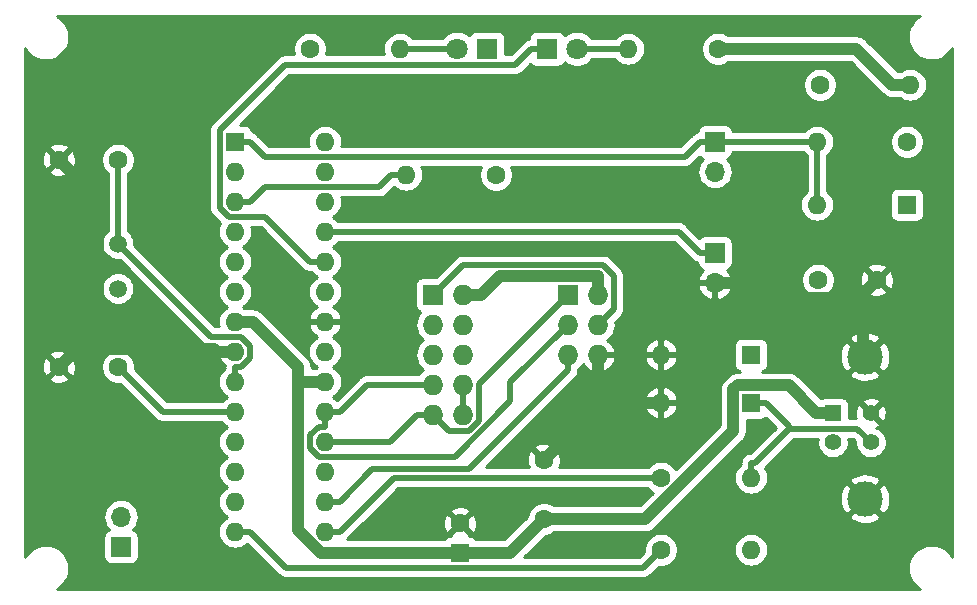
<source format=gbr>
G04 #@! TF.GenerationSoftware,KiCad,Pcbnew,5.1.2-1.fc30*
G04 #@! TF.CreationDate,2019-07-08T04:49:55+02:00*
G04 #@! TF.ProjectId,usbasp,75736261-7370-42e6-9b69-6361645f7063,1.0*
G04 #@! TF.SameCoordinates,Original*
G04 #@! TF.FileFunction,Copper,L1,Top*
G04 #@! TF.FilePolarity,Positive*
%FSLAX46Y46*%
G04 Gerber Fmt 4.6, Leading zero omitted, Abs format (unit mm)*
G04 Created by KiCad (PCBNEW 5.1.2-1.fc30) date 2019-07-08 04:49:55*
%MOMM*%
%LPD*%
G04 APERTURE LIST*
%ADD10C,1.600000*%
%ADD11R,1.600000X1.600000*%
%ADD12O,1.600000X1.600000*%
%ADD13C,1.800000*%
%ADD14R,1.800000X1.800000*%
%ADD15C,1.400000*%
%ADD16C,3.000000*%
%ADD17R,1.400000X1.400000*%
%ADD18O,1.727200X1.727200*%
%ADD19R,1.727200X1.727200*%
%ADD20O,1.700000X1.700000*%
%ADD21R,1.700000X1.700000*%
%ADD22C,1.500000*%
%ADD23C,0.500000*%
%ADD24C,1.000000*%
%ADD25C,0.254000*%
G04 APERTURE END LIST*
D10*
X180928000Y-66294000D03*
X185928000Y-66294000D03*
X180928000Y-83820000D03*
X185928000Y-83820000D03*
X221996000Y-91694000D03*
X221996000Y-96694000D03*
X214884000Y-97068000D03*
D11*
X214884000Y-99568000D03*
D10*
X245190000Y-76454000D03*
X250190000Y-76454000D03*
D12*
X231902000Y-82804000D03*
D11*
X239522000Y-82804000D03*
D12*
X231902000Y-86868000D03*
D11*
X239522000Y-86868000D03*
D13*
X214630000Y-56896000D03*
D14*
X217170000Y-56896000D03*
D13*
X224790000Y-56896000D03*
D14*
X222250000Y-56896000D03*
D12*
X245110000Y-70104000D03*
D11*
X252730000Y-70104000D03*
D15*
X246464000Y-90226000D03*
D16*
X249174000Y-94996000D03*
D17*
X246464000Y-87726000D03*
D15*
X249664000Y-90226000D03*
X249664000Y-87726000D03*
D16*
X249174000Y-82956000D03*
D18*
X215138000Y-87884000D03*
X212598000Y-87884000D03*
X215138000Y-85344000D03*
X212598000Y-85344000D03*
X215138000Y-82804000D03*
X212598000Y-82804000D03*
X215138000Y-80264000D03*
X212598000Y-80264000D03*
X215138000Y-77724000D03*
D19*
X212598000Y-77724000D03*
D18*
X226568000Y-82804000D03*
X224028000Y-82804000D03*
X226568000Y-80264000D03*
X224028000Y-80264000D03*
X226568000Y-77724000D03*
D19*
X224028000Y-77724000D03*
D20*
X186182000Y-96520000D03*
D21*
X186182000Y-99060000D03*
D20*
X236474000Y-76708000D03*
D21*
X236474000Y-74168000D03*
D20*
X236474000Y-67310000D03*
D21*
X236474000Y-64770000D03*
D12*
X245110000Y-64770000D03*
D10*
X252730000Y-64770000D03*
D12*
X252984000Y-59944000D03*
D10*
X245364000Y-59944000D03*
D12*
X239522000Y-93218000D03*
D10*
X231902000Y-93218000D03*
D12*
X239522000Y-99314000D03*
D10*
X231902000Y-99314000D03*
D12*
X209804000Y-56896000D03*
D10*
X202184000Y-56896000D03*
D12*
X229108000Y-56896000D03*
D10*
X236728000Y-56896000D03*
D12*
X210312000Y-67564000D03*
D10*
X217932000Y-67564000D03*
D12*
X203454000Y-64770000D03*
X195834000Y-97790000D03*
X203454000Y-67310000D03*
X195834000Y-95250000D03*
X203454000Y-69850000D03*
X195834000Y-92710000D03*
X203454000Y-72390000D03*
X195834000Y-90170000D03*
X203454000Y-74930000D03*
X195834000Y-87630000D03*
X203454000Y-77470000D03*
X195834000Y-85090000D03*
X203454000Y-80010000D03*
X195834000Y-82550000D03*
X203454000Y-82550000D03*
X195834000Y-80010000D03*
X203454000Y-85090000D03*
X195834000Y-77470000D03*
X203454000Y-87630000D03*
X195834000Y-74930000D03*
X203454000Y-90170000D03*
X195834000Y-72390000D03*
X203454000Y-92710000D03*
X195834000Y-69850000D03*
X203454000Y-95250000D03*
X195834000Y-67310000D03*
X203454000Y-97790000D03*
D11*
X195834000Y-64770000D03*
D22*
X185928000Y-73406000D03*
X185928000Y-77206000D03*
D23*
X185928000Y-66294000D02*
X185928000Y-73406000D01*
X195834000Y-83839700D02*
X196381000Y-83839700D01*
X196381000Y-83839700D02*
X197112100Y-83108600D01*
X197112100Y-83108600D02*
X197112100Y-82059800D01*
X197112100Y-82059800D02*
X196332300Y-81280000D01*
X196332300Y-81280000D02*
X193802000Y-81280000D01*
X193802000Y-81280000D02*
X185928000Y-73406000D01*
X195834000Y-85090000D02*
X195834000Y-83839700D01*
D24*
X248970000Y-77994000D02*
X248970000Y-82752000D01*
X248970000Y-82752000D02*
X249174000Y-82956000D01*
X250190000Y-76454000D02*
X248970000Y-77674000D01*
X248970000Y-77674000D02*
X248970000Y-77994000D01*
X248970000Y-77994000D02*
X239310300Y-77994000D01*
X239310300Y-77994000D02*
X238024300Y-76708000D01*
X226568000Y-86868000D02*
X226568000Y-87122000D01*
X226568000Y-87122000D02*
X221996000Y-91694000D01*
X226568000Y-82804000D02*
X226568000Y-86868000D01*
X226568000Y-86868000D02*
X230401700Y-86868000D01*
X231902000Y-86868000D02*
X230401700Y-86868000D01*
X182441100Y-82306900D02*
X180928000Y-83820000D01*
X194333700Y-82550000D02*
X194090600Y-82306900D01*
X194090600Y-82306900D02*
X182441100Y-82306900D01*
X182441100Y-82306900D02*
X182441100Y-67807100D01*
X182441100Y-67807100D02*
X180928000Y-66294000D01*
X236474000Y-76708000D02*
X238024300Y-76708000D01*
X195834000Y-82550000D02*
X194333700Y-82550000D01*
D23*
X185928000Y-83820000D02*
X189738000Y-87630000D01*
X189738000Y-87630000D02*
X195834000Y-87630000D01*
D24*
X252984000Y-59944000D02*
X251483700Y-59944000D01*
X251483700Y-59944000D02*
X248435700Y-56896000D01*
X248435700Y-56896000D02*
X236728000Y-56896000D01*
X221996000Y-96694000D02*
X230586100Y-96694000D01*
X230586100Y-96694000D02*
X238021600Y-89258500D01*
X238021600Y-89258500D02*
X238021600Y-85742700D01*
X238021600Y-85742700D02*
X238396700Y-85367600D01*
X238396700Y-85367600D02*
X242705300Y-85367600D01*
X242705300Y-85367600D02*
X245063700Y-87726000D01*
X214884000Y-99568000D02*
X219122000Y-99568000D01*
X219122000Y-99568000D02*
X221996000Y-96694000D01*
X246464000Y-87726000D02*
X245063700Y-87726000D01*
X201179500Y-85090000D02*
X201179500Y-83855200D01*
X201179500Y-83855200D02*
X197334300Y-80010000D01*
X201953700Y-85090000D02*
X201179500Y-85090000D01*
X201179500Y-85090000D02*
X201179500Y-97670700D01*
X201179500Y-97670700D02*
X203076800Y-99568000D01*
X203076800Y-99568000D02*
X214884000Y-99568000D01*
X195834000Y-80010000D02*
X197334300Y-80010000D01*
X203454000Y-85090000D02*
X201953700Y-85090000D01*
D23*
X236474000Y-64770000D02*
X235173700Y-64770000D01*
X195834000Y-64770000D02*
X197084300Y-64770000D01*
X197084300Y-64770000D02*
X198354200Y-66039900D01*
X198354200Y-66039900D02*
X233903800Y-66039900D01*
X233903800Y-66039900D02*
X235173700Y-64770000D01*
X245110000Y-64770000D02*
X245110000Y-68853700D01*
X245110000Y-70104000D02*
X245110000Y-68853700D01*
X236474000Y-64770000D02*
X245110000Y-64770000D01*
X239522000Y-93218000D02*
X239522000Y-91967700D01*
X242780700Y-89071000D02*
X242780700Y-88876400D01*
X242780700Y-88876400D02*
X240772300Y-86868000D01*
X239522000Y-91967700D02*
X239884000Y-91967700D01*
X239884000Y-91967700D02*
X242780700Y-89071000D01*
X249664000Y-90226000D02*
X248509000Y-89071000D01*
X248509000Y-89071000D02*
X242780700Y-89071000D01*
X239522000Y-86868000D02*
X240772300Y-86868000D01*
X209804000Y-56896000D02*
X214630000Y-56896000D01*
X229108000Y-56896000D02*
X224790000Y-56896000D01*
X222250000Y-56896000D02*
X220899700Y-56896000D01*
X203454000Y-74930000D02*
X202203700Y-74930000D01*
X202203700Y-74930000D02*
X198393700Y-71120000D01*
X198393700Y-71120000D02*
X195295200Y-71120000D01*
X195295200Y-71120000D02*
X194540800Y-70365600D01*
X194540800Y-70365600D02*
X194540800Y-63776300D01*
X194540800Y-63776300D02*
X200070800Y-58246300D01*
X200070800Y-58246300D02*
X219549400Y-58246300D01*
X219549400Y-58246300D02*
X220899700Y-56896000D01*
X226568000Y-80264000D02*
X227888500Y-78943500D01*
X227888500Y-78943500D02*
X227888500Y-76117400D01*
X227888500Y-76117400D02*
X226980800Y-75209700D01*
X226980800Y-75209700D02*
X215112300Y-75209700D01*
X215112300Y-75209700D02*
X212598000Y-77724000D01*
D24*
X215138000Y-77724000D02*
X216701900Y-77724000D01*
X226568000Y-77724000D02*
X226568000Y-76160100D01*
X226568000Y-76160100D02*
X218265800Y-76160100D01*
X218265800Y-76160100D02*
X216701900Y-77724000D01*
D23*
X224028000Y-82804000D02*
X224028000Y-84117900D01*
X203454000Y-95250000D02*
X204704300Y-95250000D01*
X204704300Y-95250000D02*
X207436700Y-92517600D01*
X207436700Y-92517600D02*
X215628300Y-92517600D01*
X215628300Y-92517600D02*
X224028000Y-84117900D01*
X224028000Y-80264000D02*
X219148200Y-85143800D01*
X219148200Y-85143800D02*
X219148200Y-86749300D01*
X219148200Y-86749300D02*
X214457600Y-91439900D01*
X214457600Y-91439900D02*
X202915200Y-91439900D01*
X202915200Y-91439900D02*
X202164400Y-90689100D01*
X202164400Y-90689100D02*
X202164400Y-89626000D01*
X202164400Y-89626000D02*
X202910100Y-88880300D01*
X202910100Y-88880300D02*
X203454000Y-88880300D01*
X203454000Y-87630000D02*
X203454000Y-88880300D01*
X203454000Y-87630000D02*
X204704300Y-87630000D01*
X204704300Y-87630000D02*
X206990300Y-85344000D01*
X206990300Y-85344000D02*
X212598000Y-85344000D01*
X212598000Y-87884000D02*
X211284100Y-87884000D01*
X203454000Y-90170000D02*
X208998100Y-90170000D01*
X208998100Y-90170000D02*
X211284100Y-87884000D01*
X224028000Y-77724000D02*
X216501200Y-85250800D01*
X216501200Y-85250800D02*
X216501200Y-88401300D01*
X216501200Y-88401300D02*
X215671500Y-89231000D01*
X215671500Y-89231000D02*
X213945000Y-89231000D01*
X213945000Y-89231000D02*
X212598000Y-87884000D01*
X236474000Y-74168000D02*
X235173700Y-74168000D01*
X203454000Y-72390000D02*
X233395700Y-72390000D01*
X233395700Y-72390000D02*
X235173700Y-74168000D01*
X204704300Y-97790000D02*
X209276300Y-93218000D01*
X209276300Y-93218000D02*
X231902000Y-93218000D01*
X203454000Y-97790000D02*
X204704300Y-97790000D01*
X195834000Y-97790000D02*
X197084300Y-97790000D01*
X197084300Y-97790000D02*
X200129500Y-100835200D01*
X200129500Y-100835200D02*
X230380800Y-100835200D01*
X230380800Y-100835200D02*
X231902000Y-99314000D01*
X210312000Y-67564000D02*
X209061700Y-67564000D01*
X195834000Y-69850000D02*
X197084300Y-69850000D01*
X197084300Y-69850000D02*
X198334600Y-68599700D01*
X198334600Y-68599700D02*
X208026000Y-68599700D01*
X208026000Y-68599700D02*
X209061700Y-67564000D01*
D25*
G36*
X253657719Y-54231596D02*
G01*
X253359724Y-54485210D01*
X253116664Y-54791875D01*
X252937798Y-55139910D01*
X252829939Y-55516059D01*
X252797195Y-55905994D01*
X252840814Y-56294863D01*
X252959134Y-56667854D01*
X253147647Y-57010759D01*
X253399175Y-57310518D01*
X253704136Y-57555712D01*
X254050914Y-57737004D01*
X254426300Y-57847486D01*
X254815997Y-57882951D01*
X255205161Y-57842048D01*
X255578969Y-57726336D01*
X255923182Y-57540220D01*
X256224689Y-57290792D01*
X256472007Y-56987550D01*
X256567001Y-56808893D01*
X256567000Y-99945152D01*
X256440376Y-99722253D01*
X256184687Y-99426035D01*
X255876333Y-99185123D01*
X255527057Y-99008691D01*
X255150165Y-98903460D01*
X254760010Y-98873440D01*
X254371456Y-98919772D01*
X253999300Y-99040693D01*
X253657719Y-99231596D01*
X253359724Y-99485210D01*
X253116664Y-99791875D01*
X252937798Y-100139910D01*
X252829939Y-100516059D01*
X252797195Y-100905994D01*
X252840814Y-101294863D01*
X252959134Y-101667854D01*
X253147647Y-102010759D01*
X253399175Y-102310518D01*
X253704136Y-102555712D01*
X253871102Y-102643000D01*
X180733095Y-102643000D01*
X180923182Y-102540220D01*
X181224689Y-102290792D01*
X181472007Y-101987550D01*
X181655715Y-101642046D01*
X181768815Y-101267440D01*
X181807000Y-100878000D01*
X181806218Y-100822017D01*
X181757174Y-100433795D01*
X181633659Y-100062493D01*
X181440376Y-99722253D01*
X181184687Y-99426035D01*
X180876333Y-99185123D01*
X180527057Y-99008691D01*
X180150165Y-98903460D01*
X179760010Y-98873440D01*
X179371456Y-98919772D01*
X178999300Y-99040693D01*
X178657719Y-99231596D01*
X178359724Y-99485210D01*
X178116664Y-99791875D01*
X178037000Y-99946884D01*
X178037000Y-96520000D01*
X184689815Y-96520000D01*
X184718487Y-96811111D01*
X184803401Y-97091034D01*
X184941294Y-97349014D01*
X185126866Y-97575134D01*
X185156687Y-97599607D01*
X185087820Y-97620498D01*
X184977506Y-97679463D01*
X184880815Y-97758815D01*
X184801463Y-97855506D01*
X184742498Y-97965820D01*
X184706188Y-98085518D01*
X184693928Y-98210000D01*
X184693928Y-99910000D01*
X184706188Y-100034482D01*
X184742498Y-100154180D01*
X184801463Y-100264494D01*
X184880815Y-100361185D01*
X184977506Y-100440537D01*
X185087820Y-100499502D01*
X185207518Y-100535812D01*
X185332000Y-100548072D01*
X187032000Y-100548072D01*
X187156482Y-100535812D01*
X187276180Y-100499502D01*
X187386494Y-100440537D01*
X187483185Y-100361185D01*
X187562537Y-100264494D01*
X187621502Y-100154180D01*
X187657812Y-100034482D01*
X187670072Y-99910000D01*
X187670072Y-98210000D01*
X187657812Y-98085518D01*
X187621502Y-97965820D01*
X187562537Y-97855506D01*
X187483185Y-97758815D01*
X187386494Y-97679463D01*
X187276180Y-97620498D01*
X187207313Y-97599607D01*
X187237134Y-97575134D01*
X187422706Y-97349014D01*
X187560599Y-97091034D01*
X187645513Y-96811111D01*
X187674185Y-96520000D01*
X187645513Y-96228889D01*
X187560599Y-95948966D01*
X187422706Y-95690986D01*
X187237134Y-95464866D01*
X187011014Y-95279294D01*
X186753034Y-95141401D01*
X186473111Y-95056487D01*
X186254950Y-95035000D01*
X186109050Y-95035000D01*
X185890889Y-95056487D01*
X185610966Y-95141401D01*
X185352986Y-95279294D01*
X185126866Y-95464866D01*
X184941294Y-95690986D01*
X184803401Y-95948966D01*
X184718487Y-96228889D01*
X184689815Y-96520000D01*
X178037000Y-96520000D01*
X178037000Y-84812702D01*
X180114903Y-84812702D01*
X180186486Y-85056671D01*
X180441996Y-85177571D01*
X180716184Y-85246300D01*
X180998512Y-85260217D01*
X181278130Y-85218787D01*
X181544292Y-85123603D01*
X181669514Y-85056671D01*
X181741097Y-84812702D01*
X180928000Y-83999605D01*
X180114903Y-84812702D01*
X178037000Y-84812702D01*
X178037000Y-83890512D01*
X179487783Y-83890512D01*
X179529213Y-84170130D01*
X179624397Y-84436292D01*
X179691329Y-84561514D01*
X179935298Y-84633097D01*
X180748395Y-83820000D01*
X181107605Y-83820000D01*
X181920702Y-84633097D01*
X182164671Y-84561514D01*
X182285571Y-84306004D01*
X182354300Y-84031816D01*
X182368217Y-83749488D01*
X182326787Y-83469870D01*
X182231603Y-83203708D01*
X182164671Y-83078486D01*
X181920702Y-83006903D01*
X181107605Y-83820000D01*
X180748395Y-83820000D01*
X179935298Y-83006903D01*
X179691329Y-83078486D01*
X179570429Y-83333996D01*
X179501700Y-83608184D01*
X179487783Y-83890512D01*
X178037000Y-83890512D01*
X178037000Y-82827298D01*
X180114903Y-82827298D01*
X180928000Y-83640395D01*
X181741097Y-82827298D01*
X181669514Y-82583329D01*
X181414004Y-82462429D01*
X181139816Y-82393700D01*
X180857488Y-82379783D01*
X180577870Y-82421213D01*
X180311708Y-82516397D01*
X180186486Y-82583329D01*
X180114903Y-82827298D01*
X178037000Y-82827298D01*
X178037000Y-77069589D01*
X184543000Y-77069589D01*
X184543000Y-77342411D01*
X184596225Y-77609989D01*
X184700629Y-77862043D01*
X184852201Y-78088886D01*
X185045114Y-78281799D01*
X185271957Y-78433371D01*
X185524011Y-78537775D01*
X185791589Y-78591000D01*
X186064411Y-78591000D01*
X186331989Y-78537775D01*
X186584043Y-78433371D01*
X186810886Y-78281799D01*
X187003799Y-78088886D01*
X187155371Y-77862043D01*
X187259775Y-77609989D01*
X187313000Y-77342411D01*
X187313000Y-77069589D01*
X187259775Y-76802011D01*
X187155371Y-76549957D01*
X187003799Y-76323114D01*
X186810886Y-76130201D01*
X186584043Y-75978629D01*
X186331989Y-75874225D01*
X186064411Y-75821000D01*
X185791589Y-75821000D01*
X185524011Y-75874225D01*
X185271957Y-75978629D01*
X185045114Y-76130201D01*
X184852201Y-76323114D01*
X184700629Y-76549957D01*
X184596225Y-76802011D01*
X184543000Y-77069589D01*
X178037000Y-77069589D01*
X178037000Y-67286702D01*
X180114903Y-67286702D01*
X180186486Y-67530671D01*
X180441996Y-67651571D01*
X180716184Y-67720300D01*
X180998512Y-67734217D01*
X181278130Y-67692787D01*
X181544292Y-67597603D01*
X181669514Y-67530671D01*
X181741097Y-67286702D01*
X180928000Y-66473605D01*
X180114903Y-67286702D01*
X178037000Y-67286702D01*
X178037000Y-66364512D01*
X179487783Y-66364512D01*
X179529213Y-66644130D01*
X179624397Y-66910292D01*
X179691329Y-67035514D01*
X179935298Y-67107097D01*
X180748395Y-66294000D01*
X181107605Y-66294000D01*
X181920702Y-67107097D01*
X182164671Y-67035514D01*
X182285571Y-66780004D01*
X182354300Y-66505816D01*
X182368217Y-66223488D01*
X182357724Y-66152665D01*
X184493000Y-66152665D01*
X184493000Y-66435335D01*
X184548147Y-66712574D01*
X184656320Y-66973727D01*
X184813363Y-67208759D01*
X185013241Y-67408637D01*
X185043000Y-67428521D01*
X185043001Y-72332314D01*
X184852201Y-72523114D01*
X184700629Y-72749957D01*
X184596225Y-73002011D01*
X184543000Y-73269589D01*
X184543000Y-73542411D01*
X184596225Y-73809989D01*
X184700629Y-74062043D01*
X184852201Y-74288886D01*
X185045114Y-74481799D01*
X185271957Y-74633371D01*
X185524011Y-74737775D01*
X185791589Y-74791000D01*
X186061422Y-74791000D01*
X193145470Y-81875049D01*
X193173183Y-81908817D01*
X193206951Y-81936530D01*
X193206953Y-81936532D01*
X193307941Y-82019411D01*
X193461686Y-82101589D01*
X193628510Y-82152195D01*
X193758523Y-82165000D01*
X193758531Y-82165000D01*
X193802000Y-82169281D01*
X193845469Y-82165000D01*
X194453003Y-82165000D01*
X194442096Y-82200961D01*
X194564085Y-82423000D01*
X195707000Y-82423000D01*
X195707000Y-82403000D01*
X195961000Y-82403000D01*
X195961000Y-82423000D01*
X195981000Y-82423000D01*
X195981000Y-82677000D01*
X195961000Y-82677000D01*
X195961000Y-82697000D01*
X195707000Y-82697000D01*
X195707000Y-82677000D01*
X194564085Y-82677000D01*
X194442096Y-82899039D01*
X194482754Y-83033087D01*
X194602963Y-83287420D01*
X194770481Y-83513414D01*
X194959933Y-83685214D01*
X194944718Y-83839700D01*
X194949001Y-83883186D01*
X194949001Y-83959921D01*
X194814392Y-84070392D01*
X194635068Y-84288899D01*
X194501818Y-84538192D01*
X194419764Y-84808691D01*
X194392057Y-85090000D01*
X194419764Y-85371309D01*
X194501818Y-85641808D01*
X194635068Y-85891101D01*
X194814392Y-86109608D01*
X195032899Y-86288932D01*
X195165858Y-86360000D01*
X195032899Y-86431068D01*
X194814392Y-86610392D01*
X194703922Y-86745000D01*
X190104579Y-86745000D01*
X187356017Y-83996439D01*
X187363000Y-83961335D01*
X187363000Y-83678665D01*
X187307853Y-83401426D01*
X187199680Y-83140273D01*
X187042637Y-82905241D01*
X186842759Y-82705363D01*
X186607727Y-82548320D01*
X186346574Y-82440147D01*
X186069335Y-82385000D01*
X185786665Y-82385000D01*
X185509426Y-82440147D01*
X185248273Y-82548320D01*
X185013241Y-82705363D01*
X184813363Y-82905241D01*
X184656320Y-83140273D01*
X184548147Y-83401426D01*
X184493000Y-83678665D01*
X184493000Y-83961335D01*
X184548147Y-84238574D01*
X184656320Y-84499727D01*
X184813363Y-84734759D01*
X185013241Y-84934637D01*
X185248273Y-85091680D01*
X185509426Y-85199853D01*
X185786665Y-85255000D01*
X186069335Y-85255000D01*
X186104439Y-85248017D01*
X189081470Y-88225049D01*
X189109183Y-88258817D01*
X189142951Y-88286530D01*
X189142953Y-88286532D01*
X189243941Y-88369411D01*
X189397686Y-88451589D01*
X189450678Y-88467664D01*
X189564510Y-88502195D01*
X189694523Y-88515000D01*
X189694531Y-88515000D01*
X189738000Y-88519281D01*
X189781469Y-88515000D01*
X194703922Y-88515000D01*
X194814392Y-88649608D01*
X195032899Y-88828932D01*
X195165858Y-88900000D01*
X195032899Y-88971068D01*
X194814392Y-89150392D01*
X194635068Y-89368899D01*
X194501818Y-89618192D01*
X194419764Y-89888691D01*
X194392057Y-90170000D01*
X194419764Y-90451309D01*
X194501818Y-90721808D01*
X194635068Y-90971101D01*
X194814392Y-91189608D01*
X195032899Y-91368932D01*
X195165858Y-91440000D01*
X195032899Y-91511068D01*
X194814392Y-91690392D01*
X194635068Y-91908899D01*
X194501818Y-92158192D01*
X194419764Y-92428691D01*
X194392057Y-92710000D01*
X194419764Y-92991309D01*
X194501818Y-93261808D01*
X194635068Y-93511101D01*
X194814392Y-93729608D01*
X195032899Y-93908932D01*
X195165858Y-93980000D01*
X195032899Y-94051068D01*
X194814392Y-94230392D01*
X194635068Y-94448899D01*
X194501818Y-94698192D01*
X194419764Y-94968691D01*
X194392057Y-95250000D01*
X194419764Y-95531309D01*
X194501818Y-95801808D01*
X194635068Y-96051101D01*
X194814392Y-96269608D01*
X195032899Y-96448932D01*
X195165858Y-96520000D01*
X195032899Y-96591068D01*
X194814392Y-96770392D01*
X194635068Y-96988899D01*
X194501818Y-97238192D01*
X194419764Y-97508691D01*
X194392057Y-97790000D01*
X194419764Y-98071309D01*
X194501818Y-98341808D01*
X194635068Y-98591101D01*
X194814392Y-98809608D01*
X195032899Y-98988932D01*
X195282192Y-99122182D01*
X195552691Y-99204236D01*
X195763508Y-99225000D01*
X195904492Y-99225000D01*
X196115309Y-99204236D01*
X196385808Y-99122182D01*
X196635101Y-98988932D01*
X196852906Y-98810184D01*
X199472970Y-101430249D01*
X199500683Y-101464017D01*
X199534451Y-101491730D01*
X199534453Y-101491732D01*
X199605952Y-101550410D01*
X199635441Y-101574611D01*
X199789187Y-101656789D01*
X199956010Y-101707395D01*
X200086023Y-101720200D01*
X200086033Y-101720200D01*
X200129499Y-101724481D01*
X200172965Y-101720200D01*
X230337331Y-101720200D01*
X230380800Y-101724481D01*
X230424269Y-101720200D01*
X230424277Y-101720200D01*
X230554290Y-101707395D01*
X230721113Y-101656789D01*
X230874859Y-101574611D01*
X231009617Y-101464017D01*
X231037334Y-101430244D01*
X231725561Y-100742017D01*
X231760665Y-100749000D01*
X232043335Y-100749000D01*
X232320574Y-100693853D01*
X232581727Y-100585680D01*
X232816759Y-100428637D01*
X233016637Y-100228759D01*
X233173680Y-99993727D01*
X233281853Y-99732574D01*
X233337000Y-99455335D01*
X233337000Y-99314000D01*
X238080057Y-99314000D01*
X238107764Y-99595309D01*
X238189818Y-99865808D01*
X238323068Y-100115101D01*
X238502392Y-100333608D01*
X238720899Y-100512932D01*
X238970192Y-100646182D01*
X239240691Y-100728236D01*
X239451508Y-100749000D01*
X239592492Y-100749000D01*
X239803309Y-100728236D01*
X240073808Y-100646182D01*
X240323101Y-100512932D01*
X240541608Y-100333608D01*
X240720932Y-100115101D01*
X240854182Y-99865808D01*
X240936236Y-99595309D01*
X240963943Y-99314000D01*
X240936236Y-99032691D01*
X240854182Y-98762192D01*
X240720932Y-98512899D01*
X240541608Y-98294392D01*
X240323101Y-98115068D01*
X240073808Y-97981818D01*
X239803309Y-97899764D01*
X239592492Y-97879000D01*
X239451508Y-97879000D01*
X239240691Y-97899764D01*
X238970192Y-97981818D01*
X238720899Y-98115068D01*
X238502392Y-98294392D01*
X238323068Y-98512899D01*
X238189818Y-98762192D01*
X238107764Y-99032691D01*
X238080057Y-99314000D01*
X233337000Y-99314000D01*
X233337000Y-99172665D01*
X233281853Y-98895426D01*
X233173680Y-98634273D01*
X233016637Y-98399241D01*
X232816759Y-98199363D01*
X232581727Y-98042320D01*
X232320574Y-97934147D01*
X232043335Y-97879000D01*
X231760665Y-97879000D01*
X231483426Y-97934147D01*
X231222273Y-98042320D01*
X230987241Y-98199363D01*
X230787363Y-98399241D01*
X230630320Y-98634273D01*
X230522147Y-98895426D01*
X230467000Y-99172665D01*
X230467000Y-99455335D01*
X230473983Y-99490439D01*
X230014222Y-99950200D01*
X220344931Y-99950200D01*
X222173282Y-98121850D01*
X222414574Y-98073853D01*
X222675727Y-97965680D01*
X222880284Y-97829000D01*
X230530349Y-97829000D01*
X230586100Y-97834491D01*
X230641851Y-97829000D01*
X230641852Y-97829000D01*
X230808599Y-97812577D01*
X231022547Y-97747676D01*
X231219723Y-97642284D01*
X231392549Y-97500449D01*
X231428096Y-97457135D01*
X232397578Y-96487653D01*
X247861952Y-96487653D01*
X248017962Y-96803214D01*
X248392745Y-96994020D01*
X248797551Y-97108044D01*
X249216824Y-97140902D01*
X249634451Y-97091334D01*
X250034383Y-96961243D01*
X250330038Y-96803214D01*
X250486048Y-96487653D01*
X249174000Y-95175605D01*
X247861952Y-96487653D01*
X232397578Y-96487653D01*
X233846407Y-95038824D01*
X247029098Y-95038824D01*
X247078666Y-95456451D01*
X247208757Y-95856383D01*
X247366786Y-96152038D01*
X247682347Y-96308048D01*
X248994395Y-94996000D01*
X249353605Y-94996000D01*
X250665653Y-96308048D01*
X250981214Y-96152038D01*
X251172020Y-95777255D01*
X251286044Y-95372449D01*
X251318902Y-94953176D01*
X251269334Y-94535549D01*
X251139243Y-94135617D01*
X250981214Y-93839962D01*
X250665653Y-93683952D01*
X249353605Y-94996000D01*
X248994395Y-94996000D01*
X247682347Y-93683952D01*
X247366786Y-93839962D01*
X247175980Y-94214745D01*
X247061956Y-94619551D01*
X247029098Y-95038824D01*
X233846407Y-95038824D01*
X238784741Y-90100491D01*
X238828049Y-90064949D01*
X238969884Y-89892123D01*
X239075276Y-89694947D01*
X239140177Y-89480999D01*
X239156600Y-89314252D01*
X239156600Y-89314251D01*
X239162091Y-89258500D01*
X239156600Y-89202749D01*
X239156600Y-88306072D01*
X240322000Y-88306072D01*
X240446482Y-88293812D01*
X240566180Y-88257502D01*
X240676494Y-88198537D01*
X240772483Y-88119761D01*
X241626421Y-88973700D01*
X239521672Y-91078450D01*
X239478524Y-91082700D01*
X239478523Y-91082700D01*
X239348510Y-91095505D01*
X239181687Y-91146111D01*
X239027941Y-91228289D01*
X238893183Y-91338883D01*
X238782589Y-91473641D01*
X238700411Y-91627387D01*
X238649805Y-91794210D01*
X238632718Y-91967700D01*
X238637001Y-92011186D01*
X238637001Y-92087921D01*
X238502392Y-92198392D01*
X238323068Y-92416899D01*
X238189818Y-92666192D01*
X238107764Y-92936691D01*
X238080057Y-93218000D01*
X238107764Y-93499309D01*
X238189818Y-93769808D01*
X238323068Y-94019101D01*
X238502392Y-94237608D01*
X238720899Y-94416932D01*
X238970192Y-94550182D01*
X239240691Y-94632236D01*
X239451508Y-94653000D01*
X239592492Y-94653000D01*
X239803309Y-94632236D01*
X240073808Y-94550182D01*
X240323101Y-94416932D01*
X240541608Y-94237608D01*
X240720932Y-94019101D01*
X240854182Y-93769808D01*
X240934707Y-93504347D01*
X247861952Y-93504347D01*
X249174000Y-94816395D01*
X250486048Y-93504347D01*
X250330038Y-93188786D01*
X249955255Y-92997980D01*
X249550449Y-92883956D01*
X249131176Y-92851098D01*
X248713549Y-92900666D01*
X248313617Y-93030757D01*
X248017962Y-93188786D01*
X247861952Y-93504347D01*
X240934707Y-93504347D01*
X240936236Y-93499309D01*
X240963943Y-93218000D01*
X240936236Y-92936691D01*
X240854182Y-92666192D01*
X240720932Y-92416899D01*
X240705357Y-92397921D01*
X243147279Y-89956000D01*
X245156553Y-89956000D01*
X245129000Y-90094514D01*
X245129000Y-90357486D01*
X245180304Y-90615405D01*
X245280939Y-90858359D01*
X245427038Y-91077013D01*
X245612987Y-91262962D01*
X245831641Y-91409061D01*
X246074595Y-91509696D01*
X246332514Y-91561000D01*
X246595486Y-91561000D01*
X246853405Y-91509696D01*
X247096359Y-91409061D01*
X247315013Y-91262962D01*
X247500962Y-91077013D01*
X247647061Y-90858359D01*
X247747696Y-90615405D01*
X247799000Y-90357486D01*
X247799000Y-90094514D01*
X247771447Y-89956000D01*
X248142422Y-89956000D01*
X248329000Y-90142578D01*
X248329000Y-90357486D01*
X248380304Y-90615405D01*
X248480939Y-90858359D01*
X248627038Y-91077013D01*
X248812987Y-91262962D01*
X249031641Y-91409061D01*
X249274595Y-91509696D01*
X249532514Y-91561000D01*
X249795486Y-91561000D01*
X250053405Y-91509696D01*
X250296359Y-91409061D01*
X250515013Y-91262962D01*
X250700962Y-91077013D01*
X250847061Y-90858359D01*
X250947696Y-90615405D01*
X250999000Y-90357486D01*
X250999000Y-90094514D01*
X250947696Y-89836595D01*
X250847061Y-89593641D01*
X250700962Y-89374987D01*
X250515013Y-89189038D01*
X250296359Y-89042939D01*
X250133882Y-88975639D01*
X250245366Y-88934935D01*
X250346203Y-88881037D01*
X250405664Y-88647269D01*
X249664000Y-87905605D01*
X249649858Y-87919748D01*
X249470253Y-87740143D01*
X249484395Y-87726000D01*
X249843605Y-87726000D01*
X250585269Y-88467664D01*
X250819037Y-88408203D01*
X250929934Y-88169758D01*
X250992183Y-87914260D01*
X251003390Y-87651527D01*
X250963125Y-87391656D01*
X250872935Y-87144634D01*
X250819037Y-87043797D01*
X250585269Y-86984336D01*
X249843605Y-87726000D01*
X249484395Y-87726000D01*
X248742731Y-86984336D01*
X248508963Y-87043797D01*
X248398066Y-87282242D01*
X248335817Y-87537740D01*
X248324610Y-87800473D01*
X248364875Y-88060344D01*
X248410753Y-88186000D01*
X247802072Y-88186000D01*
X247802072Y-87026000D01*
X247789812Y-86901518D01*
X247760452Y-86804731D01*
X248922336Y-86804731D01*
X249664000Y-87546395D01*
X250405664Y-86804731D01*
X250346203Y-86570963D01*
X250107758Y-86460066D01*
X249852260Y-86397817D01*
X249589527Y-86386610D01*
X249329656Y-86426875D01*
X249082634Y-86517065D01*
X248981797Y-86570963D01*
X248922336Y-86804731D01*
X247760452Y-86804731D01*
X247753502Y-86781820D01*
X247694537Y-86671506D01*
X247615185Y-86574815D01*
X247518494Y-86495463D01*
X247408180Y-86436498D01*
X247288482Y-86400188D01*
X247164000Y-86387928D01*
X245764000Y-86387928D01*
X245639518Y-86400188D01*
X245519820Y-86436498D01*
X245428267Y-86485435D01*
X243547296Y-84604465D01*
X243511749Y-84561151D01*
X243373452Y-84447653D01*
X247861952Y-84447653D01*
X248017962Y-84763214D01*
X248392745Y-84954020D01*
X248797551Y-85068044D01*
X249216824Y-85100902D01*
X249634451Y-85051334D01*
X250034383Y-84921243D01*
X250330038Y-84763214D01*
X250486048Y-84447653D01*
X249174000Y-83135605D01*
X247861952Y-84447653D01*
X243373452Y-84447653D01*
X243338923Y-84419316D01*
X243141747Y-84313924D01*
X242927799Y-84249023D01*
X242761052Y-84232600D01*
X242761051Y-84232600D01*
X242705300Y-84227109D01*
X242649549Y-84232600D01*
X240418174Y-84232600D01*
X240446482Y-84229812D01*
X240566180Y-84193502D01*
X240676494Y-84134537D01*
X240773185Y-84055185D01*
X240852537Y-83958494D01*
X240911502Y-83848180D01*
X240947812Y-83728482D01*
X240960072Y-83604000D01*
X240960072Y-82998824D01*
X247029098Y-82998824D01*
X247078666Y-83416451D01*
X247208757Y-83816383D01*
X247366786Y-84112038D01*
X247682347Y-84268048D01*
X248994395Y-82956000D01*
X249353605Y-82956000D01*
X250665653Y-84268048D01*
X250981214Y-84112038D01*
X251172020Y-83737255D01*
X251286044Y-83332449D01*
X251318902Y-82913176D01*
X251269334Y-82495549D01*
X251139243Y-82095617D01*
X250981214Y-81799962D01*
X250665653Y-81643952D01*
X249353605Y-82956000D01*
X248994395Y-82956000D01*
X247682347Y-81643952D01*
X247366786Y-81799962D01*
X247175980Y-82174745D01*
X247061956Y-82579551D01*
X247029098Y-82998824D01*
X240960072Y-82998824D01*
X240960072Y-82004000D01*
X240947812Y-81879518D01*
X240911502Y-81759820D01*
X240852537Y-81649506D01*
X240773185Y-81552815D01*
X240676494Y-81473463D01*
X240659440Y-81464347D01*
X247861952Y-81464347D01*
X249174000Y-82776395D01*
X250486048Y-81464347D01*
X250330038Y-81148786D01*
X249955255Y-80957980D01*
X249550449Y-80843956D01*
X249131176Y-80811098D01*
X248713549Y-80860666D01*
X248313617Y-80990757D01*
X248017962Y-81148786D01*
X247861952Y-81464347D01*
X240659440Y-81464347D01*
X240566180Y-81414498D01*
X240446482Y-81378188D01*
X240322000Y-81365928D01*
X238722000Y-81365928D01*
X238597518Y-81378188D01*
X238477820Y-81414498D01*
X238367506Y-81473463D01*
X238270815Y-81552815D01*
X238191463Y-81649506D01*
X238132498Y-81759820D01*
X238096188Y-81879518D01*
X238083928Y-82004000D01*
X238083928Y-83604000D01*
X238096188Y-83728482D01*
X238132498Y-83848180D01*
X238191463Y-83958494D01*
X238270815Y-84055185D01*
X238367506Y-84134537D01*
X238477820Y-84193502D01*
X238597518Y-84229812D01*
X238625826Y-84232600D01*
X238452452Y-84232600D01*
X238396700Y-84227109D01*
X238340948Y-84232600D01*
X238174201Y-84249023D01*
X237960253Y-84313924D01*
X237763077Y-84419316D01*
X237590251Y-84561151D01*
X237554708Y-84604460D01*
X237258459Y-84900710D01*
X237215152Y-84936251D01*
X237073317Y-85109077D01*
X237024797Y-85199853D01*
X236967924Y-85306254D01*
X236903023Y-85520202D01*
X236881109Y-85742700D01*
X236886601Y-85798461D01*
X236886600Y-88788368D01*
X233158866Y-92516102D01*
X233016637Y-92303241D01*
X232816759Y-92103363D01*
X232581727Y-91946320D01*
X232320574Y-91838147D01*
X232043335Y-91783000D01*
X231760665Y-91783000D01*
X231483426Y-91838147D01*
X231222273Y-91946320D01*
X230987241Y-92103363D01*
X230787363Y-92303241D01*
X230767479Y-92333000D01*
X223281178Y-92333000D01*
X223353571Y-92180004D01*
X223422300Y-91905816D01*
X223436217Y-91623488D01*
X223394787Y-91343870D01*
X223299603Y-91077708D01*
X223232671Y-90952486D01*
X222988702Y-90880903D01*
X222175605Y-91694000D01*
X222189748Y-91708143D01*
X222010143Y-91887748D01*
X221996000Y-91873605D01*
X221981858Y-91887748D01*
X221802253Y-91708143D01*
X221816395Y-91694000D01*
X221003298Y-90880903D01*
X220759329Y-90952486D01*
X220638429Y-91207996D01*
X220569700Y-91482184D01*
X220555783Y-91764512D01*
X220597213Y-92044130D01*
X220692397Y-92310292D01*
X220704535Y-92333000D01*
X217064478Y-92333000D01*
X218696180Y-90701298D01*
X221182903Y-90701298D01*
X221996000Y-91514395D01*
X222809097Y-90701298D01*
X222737514Y-90457329D01*
X222482004Y-90336429D01*
X222207816Y-90267700D01*
X221925488Y-90253783D01*
X221645870Y-90295213D01*
X221379708Y-90390397D01*
X221254486Y-90457329D01*
X221182903Y-90701298D01*
X218696180Y-90701298D01*
X222180439Y-87217039D01*
X230510096Y-87217039D01*
X230550754Y-87351087D01*
X230670963Y-87605420D01*
X230838481Y-87831414D01*
X231046869Y-88020385D01*
X231288119Y-88165070D01*
X231552960Y-88259909D01*
X231775000Y-88138624D01*
X231775000Y-86995000D01*
X232029000Y-86995000D01*
X232029000Y-88138624D01*
X232251040Y-88259909D01*
X232515881Y-88165070D01*
X232757131Y-88020385D01*
X232965519Y-87831414D01*
X233133037Y-87605420D01*
X233253246Y-87351087D01*
X233293904Y-87217039D01*
X233171915Y-86995000D01*
X232029000Y-86995000D01*
X231775000Y-86995000D01*
X230632085Y-86995000D01*
X230510096Y-87217039D01*
X222180439Y-87217039D01*
X222878517Y-86518961D01*
X230510096Y-86518961D01*
X230632085Y-86741000D01*
X231775000Y-86741000D01*
X231775000Y-85597376D01*
X232029000Y-85597376D01*
X232029000Y-86741000D01*
X233171915Y-86741000D01*
X233293904Y-86518961D01*
X233253246Y-86384913D01*
X233133037Y-86130580D01*
X232965519Y-85904586D01*
X232757131Y-85715615D01*
X232515881Y-85570930D01*
X232251040Y-85476091D01*
X232029000Y-85597376D01*
X231775000Y-85597376D01*
X231552960Y-85476091D01*
X231288119Y-85570930D01*
X231046869Y-85715615D01*
X230838481Y-85904586D01*
X230670963Y-86130580D01*
X230550754Y-86384913D01*
X230510096Y-86518961D01*
X222878517Y-86518961D01*
X224623049Y-84774430D01*
X224656817Y-84746717D01*
X224726928Y-84661288D01*
X224767411Y-84611959D01*
X224849589Y-84458214D01*
X224900195Y-84291390D01*
X224903389Y-84258963D01*
X224913000Y-84161377D01*
X224913000Y-84161369D01*
X224917281Y-84117900D01*
X224913000Y-84074431D01*
X224913000Y-84016353D01*
X225092797Y-83868797D01*
X225280069Y-83640606D01*
X225301470Y-83600567D01*
X225461146Y-83814293D01*
X225679512Y-84010817D01*
X225932022Y-84160964D01*
X226208973Y-84258963D01*
X226441000Y-84138464D01*
X226441000Y-82931000D01*
X226695000Y-82931000D01*
X226695000Y-84138464D01*
X226927027Y-84258963D01*
X227203978Y-84160964D01*
X227456488Y-84010817D01*
X227674854Y-83814293D01*
X227850684Y-83578944D01*
X227977222Y-83313814D01*
X228022958Y-83163026D01*
X228017744Y-83153039D01*
X230510096Y-83153039D01*
X230550754Y-83287087D01*
X230670963Y-83541420D01*
X230838481Y-83767414D01*
X231046869Y-83956385D01*
X231288119Y-84101070D01*
X231552960Y-84195909D01*
X231775000Y-84074624D01*
X231775000Y-82931000D01*
X232029000Y-82931000D01*
X232029000Y-84074624D01*
X232251040Y-84195909D01*
X232515881Y-84101070D01*
X232757131Y-83956385D01*
X232965519Y-83767414D01*
X233133037Y-83541420D01*
X233253246Y-83287087D01*
X233293904Y-83153039D01*
X233171915Y-82931000D01*
X232029000Y-82931000D01*
X231775000Y-82931000D01*
X230632085Y-82931000D01*
X230510096Y-83153039D01*
X228017744Y-83153039D01*
X227901817Y-82931000D01*
X226695000Y-82931000D01*
X226441000Y-82931000D01*
X226421000Y-82931000D01*
X226421000Y-82677000D01*
X226441000Y-82677000D01*
X226441000Y-82657000D01*
X226695000Y-82657000D01*
X226695000Y-82677000D01*
X227901817Y-82677000D01*
X228017743Y-82454961D01*
X230510096Y-82454961D01*
X230632085Y-82677000D01*
X231775000Y-82677000D01*
X231775000Y-81533376D01*
X232029000Y-81533376D01*
X232029000Y-82677000D01*
X233171915Y-82677000D01*
X233293904Y-82454961D01*
X233253246Y-82320913D01*
X233133037Y-82066580D01*
X232965519Y-81840586D01*
X232757131Y-81651615D01*
X232515881Y-81506930D01*
X232251040Y-81412091D01*
X232029000Y-81533376D01*
X231775000Y-81533376D01*
X231552960Y-81412091D01*
X231288119Y-81506930D01*
X231046869Y-81651615D01*
X230838481Y-81840586D01*
X230670963Y-82066580D01*
X230550754Y-82320913D01*
X230510096Y-82454961D01*
X228017743Y-82454961D01*
X228022958Y-82444974D01*
X227977222Y-82294186D01*
X227850684Y-82029056D01*
X227674854Y-81793707D01*
X227456488Y-81597183D01*
X227360090Y-81539863D01*
X227404606Y-81516069D01*
X227632797Y-81328797D01*
X227820069Y-81100606D01*
X227959225Y-80840264D01*
X228044916Y-80557777D01*
X228073851Y-80264000D01*
X228051052Y-80032526D01*
X228483550Y-79600029D01*
X228517317Y-79572317D01*
X228554580Y-79526913D01*
X228627910Y-79437560D01*
X228627911Y-79437559D01*
X228710089Y-79283813D01*
X228760695Y-79116990D01*
X228773500Y-78986977D01*
X228773500Y-78986967D01*
X228777781Y-78943501D01*
X228773500Y-78900034D01*
X228773500Y-77064890D01*
X235032524Y-77064890D01*
X235077175Y-77212099D01*
X235202359Y-77474920D01*
X235376412Y-77708269D01*
X235592645Y-77903178D01*
X235842748Y-78052157D01*
X236117109Y-78149481D01*
X236347000Y-78028814D01*
X236347000Y-76835000D01*
X236601000Y-76835000D01*
X236601000Y-78028814D01*
X236830891Y-78149481D01*
X237105252Y-78052157D01*
X237355355Y-77903178D01*
X237571588Y-77708269D01*
X237745641Y-77474920D01*
X237870825Y-77212099D01*
X237915476Y-77064890D01*
X237794155Y-76835000D01*
X236601000Y-76835000D01*
X236347000Y-76835000D01*
X235153845Y-76835000D01*
X235032524Y-77064890D01*
X228773500Y-77064890D01*
X228773500Y-76160869D01*
X228777781Y-76117400D01*
X228773500Y-76073931D01*
X228773500Y-76073923D01*
X228760695Y-75943910D01*
X228728724Y-75838517D01*
X228710089Y-75777086D01*
X228627911Y-75623341D01*
X228545032Y-75522353D01*
X228545030Y-75522351D01*
X228517317Y-75488583D01*
X228483549Y-75460870D01*
X227637334Y-74614656D01*
X227609617Y-74580883D01*
X227474859Y-74470289D01*
X227321113Y-74388111D01*
X227154290Y-74337505D01*
X227024277Y-74324700D01*
X227024269Y-74324700D01*
X226980800Y-74320419D01*
X226937331Y-74324700D01*
X215155765Y-74324700D01*
X215112299Y-74320419D01*
X215068833Y-74324700D01*
X215068823Y-74324700D01*
X214938810Y-74337505D01*
X214771987Y-74388111D01*
X214618241Y-74470289D01*
X214618239Y-74470290D01*
X214618240Y-74470290D01*
X214517253Y-74553168D01*
X214517251Y-74553170D01*
X214483483Y-74580883D01*
X214455770Y-74614651D01*
X212848094Y-76222328D01*
X211734400Y-76222328D01*
X211609918Y-76234588D01*
X211490220Y-76270898D01*
X211379906Y-76329863D01*
X211283215Y-76409215D01*
X211203863Y-76505906D01*
X211144898Y-76616220D01*
X211108588Y-76735918D01*
X211096328Y-76860400D01*
X211096328Y-78587600D01*
X211108588Y-78712082D01*
X211144898Y-78831780D01*
X211203863Y-78942094D01*
X211283215Y-79038785D01*
X211379906Y-79118137D01*
X211490220Y-79177102D01*
X211541265Y-79192586D01*
X211533203Y-79199203D01*
X211345931Y-79427394D01*
X211206775Y-79687736D01*
X211121084Y-79970223D01*
X211092149Y-80264000D01*
X211121084Y-80557777D01*
X211206775Y-80840264D01*
X211345931Y-81100606D01*
X211533203Y-81328797D01*
X211761394Y-81516069D01*
X211794940Y-81534000D01*
X211761394Y-81551931D01*
X211533203Y-81739203D01*
X211345931Y-81967394D01*
X211206775Y-82227736D01*
X211121084Y-82510223D01*
X211092149Y-82804000D01*
X211121084Y-83097777D01*
X211206775Y-83380264D01*
X211345931Y-83640606D01*
X211533203Y-83868797D01*
X211761394Y-84056069D01*
X211794940Y-84074000D01*
X211761394Y-84091931D01*
X211533203Y-84279203D01*
X211385647Y-84459000D01*
X207033765Y-84459000D01*
X206990299Y-84454719D01*
X206946833Y-84459000D01*
X206946823Y-84459000D01*
X206816810Y-84471805D01*
X206649987Y-84522411D01*
X206496241Y-84604589D01*
X206496239Y-84604590D01*
X206496240Y-84604590D01*
X206395253Y-84687468D01*
X206395251Y-84687470D01*
X206361483Y-84715183D01*
X206333770Y-84748951D01*
X204472906Y-86609816D01*
X204255101Y-86431068D01*
X204122142Y-86360000D01*
X204255101Y-86288932D01*
X204473608Y-86109608D01*
X204652932Y-85891101D01*
X204786182Y-85641808D01*
X204868236Y-85371309D01*
X204895943Y-85090000D01*
X204868236Y-84808691D01*
X204786182Y-84538192D01*
X204652932Y-84288899D01*
X204473608Y-84070392D01*
X204255101Y-83891068D01*
X204122142Y-83820000D01*
X204255101Y-83748932D01*
X204473608Y-83569608D01*
X204652932Y-83351101D01*
X204786182Y-83101808D01*
X204868236Y-82831309D01*
X204895943Y-82550000D01*
X204868236Y-82268691D01*
X204786182Y-81998192D01*
X204652932Y-81748899D01*
X204473608Y-81530392D01*
X204255101Y-81351068D01*
X204117318Y-81277421D01*
X204309131Y-81162385D01*
X204517519Y-80973414D01*
X204685037Y-80747420D01*
X204805246Y-80493087D01*
X204845904Y-80359039D01*
X204723915Y-80137000D01*
X203581000Y-80137000D01*
X203581000Y-80157000D01*
X203327000Y-80157000D01*
X203327000Y-80137000D01*
X202184085Y-80137000D01*
X202062096Y-80359039D01*
X202102754Y-80493087D01*
X202222963Y-80747420D01*
X202390481Y-80973414D01*
X202598869Y-81162385D01*
X202790682Y-81277421D01*
X202652899Y-81351068D01*
X202434392Y-81530392D01*
X202255068Y-81748899D01*
X202121818Y-81998192D01*
X202039764Y-82268691D01*
X202012057Y-82550000D01*
X202039764Y-82831309D01*
X202121818Y-83101808D01*
X202255068Y-83351101D01*
X202434392Y-83569608D01*
X202652899Y-83748932D01*
X202785858Y-83820000D01*
X202652899Y-83891068D01*
X202574998Y-83955000D01*
X202314500Y-83955000D01*
X202314500Y-83910951D01*
X202319991Y-83855200D01*
X202305065Y-83703647D01*
X202298077Y-83632701D01*
X202233176Y-83418753D01*
X202127784Y-83221577D01*
X201985949Y-83048751D01*
X201942641Y-83013209D01*
X198176296Y-79246865D01*
X198140749Y-79203551D01*
X197967923Y-79061716D01*
X197770747Y-78956324D01*
X197556799Y-78891423D01*
X197390052Y-78875000D01*
X197390051Y-78875000D01*
X197334300Y-78869509D01*
X197278549Y-78875000D01*
X196713002Y-78875000D01*
X196635101Y-78811068D01*
X196502142Y-78740000D01*
X196635101Y-78668932D01*
X196853608Y-78489608D01*
X197032932Y-78271101D01*
X197166182Y-78021808D01*
X197248236Y-77751309D01*
X197275943Y-77470000D01*
X197248236Y-77188691D01*
X197166182Y-76918192D01*
X197032932Y-76668899D01*
X196853608Y-76450392D01*
X196635101Y-76271068D01*
X196502142Y-76200000D01*
X196635101Y-76128932D01*
X196853608Y-75949608D01*
X197032932Y-75731101D01*
X197166182Y-75481808D01*
X197248236Y-75211309D01*
X197275943Y-74930000D01*
X197248236Y-74648691D01*
X197166182Y-74378192D01*
X197032932Y-74128899D01*
X196853608Y-73910392D01*
X196635101Y-73731068D01*
X196502142Y-73660000D01*
X196635101Y-73588932D01*
X196853608Y-73409608D01*
X197032932Y-73191101D01*
X197166182Y-72941808D01*
X197248236Y-72671309D01*
X197275943Y-72390000D01*
X197248236Y-72108691D01*
X197216782Y-72005000D01*
X198027122Y-72005000D01*
X201547170Y-75525049D01*
X201574883Y-75558817D01*
X201608651Y-75586530D01*
X201608653Y-75586532D01*
X201709641Y-75669411D01*
X201863386Y-75751589D01*
X201947438Y-75777086D01*
X202030210Y-75802195D01*
X202160223Y-75815000D01*
X202160231Y-75815000D01*
X202203700Y-75819281D01*
X202247169Y-75815000D01*
X202323922Y-75815000D01*
X202434392Y-75949608D01*
X202652899Y-76128932D01*
X202785858Y-76200000D01*
X202652899Y-76271068D01*
X202434392Y-76450392D01*
X202255068Y-76668899D01*
X202121818Y-76918192D01*
X202039764Y-77188691D01*
X202012057Y-77470000D01*
X202039764Y-77751309D01*
X202121818Y-78021808D01*
X202255068Y-78271101D01*
X202434392Y-78489608D01*
X202652899Y-78668932D01*
X202790682Y-78742579D01*
X202598869Y-78857615D01*
X202390481Y-79046586D01*
X202222963Y-79272580D01*
X202102754Y-79526913D01*
X202062096Y-79660961D01*
X202184085Y-79883000D01*
X203327000Y-79883000D01*
X203327000Y-79863000D01*
X203581000Y-79863000D01*
X203581000Y-79883000D01*
X204723915Y-79883000D01*
X204845904Y-79660961D01*
X204805246Y-79526913D01*
X204685037Y-79272580D01*
X204517519Y-79046586D01*
X204309131Y-78857615D01*
X204117318Y-78742579D01*
X204255101Y-78668932D01*
X204473608Y-78489608D01*
X204652932Y-78271101D01*
X204786182Y-78021808D01*
X204868236Y-77751309D01*
X204895943Y-77470000D01*
X204868236Y-77188691D01*
X204786182Y-76918192D01*
X204652932Y-76668899D01*
X204473608Y-76450392D01*
X204255101Y-76271068D01*
X204122142Y-76200000D01*
X204255101Y-76128932D01*
X204473608Y-75949608D01*
X204652932Y-75731101D01*
X204786182Y-75481808D01*
X204868236Y-75211309D01*
X204895943Y-74930000D01*
X204868236Y-74648691D01*
X204786182Y-74378192D01*
X204652932Y-74128899D01*
X204473608Y-73910392D01*
X204255101Y-73731068D01*
X204122142Y-73660000D01*
X204255101Y-73588932D01*
X204473608Y-73409608D01*
X204584078Y-73275000D01*
X233029122Y-73275000D01*
X234517170Y-74763049D01*
X234544883Y-74796817D01*
X234578651Y-74824530D01*
X234578653Y-74824532D01*
X234633309Y-74869387D01*
X234679641Y-74907411D01*
X234833387Y-74989589D01*
X234987741Y-75036413D01*
X234998188Y-75142482D01*
X235034498Y-75262180D01*
X235093463Y-75372494D01*
X235172815Y-75469185D01*
X235269506Y-75548537D01*
X235379820Y-75607502D01*
X235460466Y-75631966D01*
X235376412Y-75707731D01*
X235202359Y-75941080D01*
X235077175Y-76203901D01*
X235032524Y-76351110D01*
X235153845Y-76581000D01*
X236347000Y-76581000D01*
X236347000Y-76561000D01*
X236601000Y-76561000D01*
X236601000Y-76581000D01*
X237794155Y-76581000D01*
X237915476Y-76351110D01*
X237903815Y-76312665D01*
X243755000Y-76312665D01*
X243755000Y-76595335D01*
X243810147Y-76872574D01*
X243918320Y-77133727D01*
X244075363Y-77368759D01*
X244275241Y-77568637D01*
X244510273Y-77725680D01*
X244771426Y-77833853D01*
X245048665Y-77889000D01*
X245331335Y-77889000D01*
X245608574Y-77833853D01*
X245869727Y-77725680D01*
X246104759Y-77568637D01*
X246226694Y-77446702D01*
X249376903Y-77446702D01*
X249448486Y-77690671D01*
X249703996Y-77811571D01*
X249978184Y-77880300D01*
X250260512Y-77894217D01*
X250540130Y-77852787D01*
X250806292Y-77757603D01*
X250931514Y-77690671D01*
X251003097Y-77446702D01*
X250190000Y-76633605D01*
X249376903Y-77446702D01*
X246226694Y-77446702D01*
X246304637Y-77368759D01*
X246461680Y-77133727D01*
X246569853Y-76872574D01*
X246625000Y-76595335D01*
X246625000Y-76524512D01*
X248749783Y-76524512D01*
X248791213Y-76804130D01*
X248886397Y-77070292D01*
X248953329Y-77195514D01*
X249197298Y-77267097D01*
X250010395Y-76454000D01*
X250369605Y-76454000D01*
X251182702Y-77267097D01*
X251426671Y-77195514D01*
X251547571Y-76940004D01*
X251616300Y-76665816D01*
X251630217Y-76383488D01*
X251588787Y-76103870D01*
X251493603Y-75837708D01*
X251426671Y-75712486D01*
X251182702Y-75640903D01*
X250369605Y-76454000D01*
X250010395Y-76454000D01*
X249197298Y-75640903D01*
X248953329Y-75712486D01*
X248832429Y-75967996D01*
X248763700Y-76242184D01*
X248749783Y-76524512D01*
X246625000Y-76524512D01*
X246625000Y-76312665D01*
X246569853Y-76035426D01*
X246461680Y-75774273D01*
X246304637Y-75539241D01*
X246226694Y-75461298D01*
X249376903Y-75461298D01*
X250190000Y-76274395D01*
X251003097Y-75461298D01*
X250931514Y-75217329D01*
X250676004Y-75096429D01*
X250401816Y-75027700D01*
X250119488Y-75013783D01*
X249839870Y-75055213D01*
X249573708Y-75150397D01*
X249448486Y-75217329D01*
X249376903Y-75461298D01*
X246226694Y-75461298D01*
X246104759Y-75339363D01*
X245869727Y-75182320D01*
X245608574Y-75074147D01*
X245331335Y-75019000D01*
X245048665Y-75019000D01*
X244771426Y-75074147D01*
X244510273Y-75182320D01*
X244275241Y-75339363D01*
X244075363Y-75539241D01*
X243918320Y-75774273D01*
X243810147Y-76035426D01*
X243755000Y-76312665D01*
X237903815Y-76312665D01*
X237870825Y-76203901D01*
X237745641Y-75941080D01*
X237571588Y-75707731D01*
X237487534Y-75631966D01*
X237568180Y-75607502D01*
X237678494Y-75548537D01*
X237775185Y-75469185D01*
X237854537Y-75372494D01*
X237913502Y-75262180D01*
X237949812Y-75142482D01*
X237962072Y-75018000D01*
X237962072Y-73318000D01*
X237949812Y-73193518D01*
X237913502Y-73073820D01*
X237854537Y-72963506D01*
X237775185Y-72866815D01*
X237678494Y-72787463D01*
X237568180Y-72728498D01*
X237448482Y-72692188D01*
X237324000Y-72679928D01*
X235624000Y-72679928D01*
X235499518Y-72692188D01*
X235379820Y-72728498D01*
X235269506Y-72787463D01*
X235172815Y-72866815D01*
X235150854Y-72893575D01*
X234052234Y-71794956D01*
X234024517Y-71761183D01*
X233889759Y-71650589D01*
X233736013Y-71568411D01*
X233569190Y-71517805D01*
X233439177Y-71505000D01*
X233439169Y-71505000D01*
X233395700Y-71500719D01*
X233352231Y-71505000D01*
X204584078Y-71505000D01*
X204473608Y-71370392D01*
X204255101Y-71191068D01*
X204122142Y-71120000D01*
X204255101Y-71048932D01*
X204473608Y-70869608D01*
X204652932Y-70651101D01*
X204786182Y-70401808D01*
X204868236Y-70131309D01*
X204895943Y-69850000D01*
X204868236Y-69568691D01*
X204842758Y-69484700D01*
X207982531Y-69484700D01*
X208026000Y-69488981D01*
X208069469Y-69484700D01*
X208069477Y-69484700D01*
X208199490Y-69471895D01*
X208366313Y-69421289D01*
X208520059Y-69339111D01*
X208654817Y-69228517D01*
X208682534Y-69194744D01*
X209293094Y-68584184D01*
X209510899Y-68762932D01*
X209760192Y-68896182D01*
X210030691Y-68978236D01*
X210241508Y-68999000D01*
X210382492Y-68999000D01*
X210593309Y-68978236D01*
X210863808Y-68896182D01*
X211113101Y-68762932D01*
X211331608Y-68583608D01*
X211510932Y-68365101D01*
X211644182Y-68115808D01*
X211726236Y-67845309D01*
X211753943Y-67564000D01*
X211726236Y-67282691D01*
X211644182Y-67012192D01*
X211597523Y-66924900D01*
X216643492Y-66924900D01*
X216552147Y-67145426D01*
X216497000Y-67422665D01*
X216497000Y-67705335D01*
X216552147Y-67982574D01*
X216660320Y-68243727D01*
X216817363Y-68478759D01*
X217017241Y-68678637D01*
X217252273Y-68835680D01*
X217513426Y-68943853D01*
X217790665Y-68999000D01*
X218073335Y-68999000D01*
X218350574Y-68943853D01*
X218611727Y-68835680D01*
X218846759Y-68678637D01*
X219046637Y-68478759D01*
X219203680Y-68243727D01*
X219311853Y-67982574D01*
X219367000Y-67705335D01*
X219367000Y-67422665D01*
X219311853Y-67145426D01*
X219220508Y-66924900D01*
X233860331Y-66924900D01*
X233903800Y-66929181D01*
X233947269Y-66924900D01*
X233947277Y-66924900D01*
X234077290Y-66912095D01*
X234244113Y-66861489D01*
X234397859Y-66779311D01*
X234532617Y-66668717D01*
X234560334Y-66634944D01*
X235150854Y-66044425D01*
X235172815Y-66071185D01*
X235269506Y-66150537D01*
X235379820Y-66209502D01*
X235448687Y-66230393D01*
X235418866Y-66254866D01*
X235233294Y-66480986D01*
X235095401Y-66738966D01*
X235010487Y-67018889D01*
X234981815Y-67310000D01*
X235010487Y-67601111D01*
X235095401Y-67881034D01*
X235233294Y-68139014D01*
X235418866Y-68365134D01*
X235644986Y-68550706D01*
X235902966Y-68688599D01*
X236182889Y-68773513D01*
X236401050Y-68795000D01*
X236546950Y-68795000D01*
X236765111Y-68773513D01*
X237045034Y-68688599D01*
X237303014Y-68550706D01*
X237529134Y-68365134D01*
X237714706Y-68139014D01*
X237852599Y-67881034D01*
X237937513Y-67601111D01*
X237966185Y-67310000D01*
X237937513Y-67018889D01*
X237852599Y-66738966D01*
X237714706Y-66480986D01*
X237529134Y-66254866D01*
X237499313Y-66230393D01*
X237568180Y-66209502D01*
X237678494Y-66150537D01*
X237775185Y-66071185D01*
X237854537Y-65974494D01*
X237913502Y-65864180D01*
X237949812Y-65744482D01*
X237958625Y-65655000D01*
X243979922Y-65655000D01*
X244090392Y-65789608D01*
X244225000Y-65900078D01*
X244225001Y-68810223D01*
X244225001Y-68973921D01*
X244090392Y-69084392D01*
X243911068Y-69302899D01*
X243777818Y-69552192D01*
X243695764Y-69822691D01*
X243668057Y-70104000D01*
X243695764Y-70385309D01*
X243777818Y-70655808D01*
X243911068Y-70905101D01*
X244090392Y-71123608D01*
X244308899Y-71302932D01*
X244558192Y-71436182D01*
X244828691Y-71518236D01*
X245039508Y-71539000D01*
X245180492Y-71539000D01*
X245391309Y-71518236D01*
X245661808Y-71436182D01*
X245911101Y-71302932D01*
X246129608Y-71123608D01*
X246308932Y-70905101D01*
X246442182Y-70655808D01*
X246524236Y-70385309D01*
X246551943Y-70104000D01*
X246524236Y-69822691D01*
X246442182Y-69552192D01*
X246309521Y-69304000D01*
X251291928Y-69304000D01*
X251291928Y-70904000D01*
X251304188Y-71028482D01*
X251340498Y-71148180D01*
X251399463Y-71258494D01*
X251478815Y-71355185D01*
X251575506Y-71434537D01*
X251685820Y-71493502D01*
X251805518Y-71529812D01*
X251930000Y-71542072D01*
X253530000Y-71542072D01*
X253654482Y-71529812D01*
X253774180Y-71493502D01*
X253884494Y-71434537D01*
X253981185Y-71355185D01*
X254060537Y-71258494D01*
X254119502Y-71148180D01*
X254155812Y-71028482D01*
X254168072Y-70904000D01*
X254168072Y-69304000D01*
X254155812Y-69179518D01*
X254119502Y-69059820D01*
X254060537Y-68949506D01*
X253981185Y-68852815D01*
X253884494Y-68773463D01*
X253774180Y-68714498D01*
X253654482Y-68678188D01*
X253530000Y-68665928D01*
X251930000Y-68665928D01*
X251805518Y-68678188D01*
X251685820Y-68714498D01*
X251575506Y-68773463D01*
X251478815Y-68852815D01*
X251399463Y-68949506D01*
X251340498Y-69059820D01*
X251304188Y-69179518D01*
X251291928Y-69304000D01*
X246309521Y-69304000D01*
X246308932Y-69302899D01*
X246129608Y-69084392D01*
X245995000Y-68973922D01*
X245995000Y-65900078D01*
X246129608Y-65789608D01*
X246308932Y-65571101D01*
X246442182Y-65321808D01*
X246524236Y-65051309D01*
X246551943Y-64770000D01*
X246538023Y-64628665D01*
X251295000Y-64628665D01*
X251295000Y-64911335D01*
X251350147Y-65188574D01*
X251458320Y-65449727D01*
X251615363Y-65684759D01*
X251815241Y-65884637D01*
X252050273Y-66041680D01*
X252311426Y-66149853D01*
X252588665Y-66205000D01*
X252871335Y-66205000D01*
X253148574Y-66149853D01*
X253409727Y-66041680D01*
X253644759Y-65884637D01*
X253844637Y-65684759D01*
X254001680Y-65449727D01*
X254109853Y-65188574D01*
X254165000Y-64911335D01*
X254165000Y-64628665D01*
X254109853Y-64351426D01*
X254001680Y-64090273D01*
X253844637Y-63855241D01*
X253644759Y-63655363D01*
X253409727Y-63498320D01*
X253148574Y-63390147D01*
X252871335Y-63335000D01*
X252588665Y-63335000D01*
X252311426Y-63390147D01*
X252050273Y-63498320D01*
X251815241Y-63655363D01*
X251615363Y-63855241D01*
X251458320Y-64090273D01*
X251350147Y-64351426D01*
X251295000Y-64628665D01*
X246538023Y-64628665D01*
X246524236Y-64488691D01*
X246442182Y-64218192D01*
X246308932Y-63968899D01*
X246129608Y-63750392D01*
X245911101Y-63571068D01*
X245661808Y-63437818D01*
X245391309Y-63355764D01*
X245180492Y-63335000D01*
X245039508Y-63335000D01*
X244828691Y-63355764D01*
X244558192Y-63437818D01*
X244308899Y-63571068D01*
X244090392Y-63750392D01*
X243979922Y-63885000D01*
X237958625Y-63885000D01*
X237949812Y-63795518D01*
X237913502Y-63675820D01*
X237854537Y-63565506D01*
X237775185Y-63468815D01*
X237678494Y-63389463D01*
X237568180Y-63330498D01*
X237448482Y-63294188D01*
X237324000Y-63281928D01*
X235624000Y-63281928D01*
X235499518Y-63294188D01*
X235379820Y-63330498D01*
X235269506Y-63389463D01*
X235172815Y-63468815D01*
X235093463Y-63565506D01*
X235034498Y-63675820D01*
X234998188Y-63795518D01*
X234987741Y-63901587D01*
X234833387Y-63948411D01*
X234679641Y-64030589D01*
X234578653Y-64113468D01*
X234578651Y-64113470D01*
X234544883Y-64141183D01*
X234517170Y-64174951D01*
X233537222Y-65154900D01*
X204836812Y-65154900D01*
X204868236Y-65051309D01*
X204895943Y-64770000D01*
X204868236Y-64488691D01*
X204786182Y-64218192D01*
X204652932Y-63968899D01*
X204473608Y-63750392D01*
X204255101Y-63571068D01*
X204005808Y-63437818D01*
X203735309Y-63355764D01*
X203524492Y-63335000D01*
X203383508Y-63335000D01*
X203172691Y-63355764D01*
X202902192Y-63437818D01*
X202652899Y-63571068D01*
X202434392Y-63750392D01*
X202255068Y-63968899D01*
X202121818Y-64218192D01*
X202039764Y-64488691D01*
X202012057Y-64770000D01*
X202039764Y-65051309D01*
X202071188Y-65154900D01*
X198720779Y-65154900D01*
X197740834Y-64174956D01*
X197713117Y-64141183D01*
X197578359Y-64030589D01*
X197424613Y-63948411D01*
X197265183Y-63900048D01*
X197259812Y-63845518D01*
X197223502Y-63725820D01*
X197164537Y-63615506D01*
X197085185Y-63518815D01*
X196988494Y-63439463D01*
X196878180Y-63380498D01*
X196758482Y-63344188D01*
X196634000Y-63331928D01*
X196236750Y-63331928D01*
X199766013Y-59802665D01*
X243929000Y-59802665D01*
X243929000Y-60085335D01*
X243984147Y-60362574D01*
X244092320Y-60623727D01*
X244249363Y-60858759D01*
X244449241Y-61058637D01*
X244684273Y-61215680D01*
X244945426Y-61323853D01*
X245222665Y-61379000D01*
X245505335Y-61379000D01*
X245782574Y-61323853D01*
X246043727Y-61215680D01*
X246278759Y-61058637D01*
X246478637Y-60858759D01*
X246635680Y-60623727D01*
X246743853Y-60362574D01*
X246799000Y-60085335D01*
X246799000Y-59802665D01*
X246743853Y-59525426D01*
X246635680Y-59264273D01*
X246478637Y-59029241D01*
X246278759Y-58829363D01*
X246043727Y-58672320D01*
X245782574Y-58564147D01*
X245505335Y-58509000D01*
X245222665Y-58509000D01*
X244945426Y-58564147D01*
X244684273Y-58672320D01*
X244449241Y-58829363D01*
X244249363Y-59029241D01*
X244092320Y-59264273D01*
X243984147Y-59525426D01*
X243929000Y-59802665D01*
X199766013Y-59802665D01*
X200437379Y-59131300D01*
X219505931Y-59131300D01*
X219549400Y-59135581D01*
X219592869Y-59131300D01*
X219592877Y-59131300D01*
X219722890Y-59118495D01*
X219889713Y-59067889D01*
X220043459Y-58985711D01*
X220178217Y-58875117D01*
X220205934Y-58841344D01*
X220854316Y-58192963D01*
X220898815Y-58247185D01*
X220995506Y-58326537D01*
X221105820Y-58385502D01*
X221225518Y-58421812D01*
X221350000Y-58434072D01*
X223150000Y-58434072D01*
X223274482Y-58421812D01*
X223394180Y-58385502D01*
X223504494Y-58326537D01*
X223601185Y-58247185D01*
X223680537Y-58150494D01*
X223739502Y-58040180D01*
X223745056Y-58021873D01*
X223811495Y-58088312D01*
X224062905Y-58256299D01*
X224342257Y-58372011D01*
X224638816Y-58431000D01*
X224941184Y-58431000D01*
X225237743Y-58372011D01*
X225517095Y-58256299D01*
X225768505Y-58088312D01*
X225982312Y-57874505D01*
X226044790Y-57781000D01*
X227977922Y-57781000D01*
X228088392Y-57915608D01*
X228306899Y-58094932D01*
X228556192Y-58228182D01*
X228826691Y-58310236D01*
X229037508Y-58331000D01*
X229178492Y-58331000D01*
X229389309Y-58310236D01*
X229659808Y-58228182D01*
X229909101Y-58094932D01*
X230127608Y-57915608D01*
X230306932Y-57697101D01*
X230440182Y-57447808D01*
X230522236Y-57177309D01*
X230549943Y-56896000D01*
X230536023Y-56754665D01*
X235293000Y-56754665D01*
X235293000Y-57037335D01*
X235348147Y-57314574D01*
X235456320Y-57575727D01*
X235613363Y-57810759D01*
X235813241Y-58010637D01*
X236048273Y-58167680D01*
X236309426Y-58275853D01*
X236586665Y-58331000D01*
X236869335Y-58331000D01*
X237146574Y-58275853D01*
X237407727Y-58167680D01*
X237612284Y-58031000D01*
X247965569Y-58031000D01*
X250641709Y-60707141D01*
X250677251Y-60750449D01*
X250850077Y-60892284D01*
X250983516Y-60963608D01*
X251047253Y-60997676D01*
X251261201Y-61062577D01*
X251483700Y-61084491D01*
X251539451Y-61079000D01*
X252104998Y-61079000D01*
X252182899Y-61142932D01*
X252432192Y-61276182D01*
X252702691Y-61358236D01*
X252913508Y-61379000D01*
X253054492Y-61379000D01*
X253265309Y-61358236D01*
X253535808Y-61276182D01*
X253785101Y-61142932D01*
X254003608Y-60963608D01*
X254182932Y-60745101D01*
X254316182Y-60495808D01*
X254398236Y-60225309D01*
X254425943Y-59944000D01*
X254398236Y-59662691D01*
X254316182Y-59392192D01*
X254182932Y-59142899D01*
X254003608Y-58924392D01*
X253785101Y-58745068D01*
X253535808Y-58611818D01*
X253265309Y-58529764D01*
X253054492Y-58509000D01*
X252913508Y-58509000D01*
X252702691Y-58529764D01*
X252432192Y-58611818D01*
X252182899Y-58745068D01*
X252104998Y-58809000D01*
X251953832Y-58809000D01*
X249277696Y-56132865D01*
X249242149Y-56089551D01*
X249069323Y-55947716D01*
X248872147Y-55842324D01*
X248658199Y-55777423D01*
X248491452Y-55761000D01*
X248491451Y-55761000D01*
X248435700Y-55755509D01*
X248379949Y-55761000D01*
X237612284Y-55761000D01*
X237407727Y-55624320D01*
X237146574Y-55516147D01*
X236869335Y-55461000D01*
X236586665Y-55461000D01*
X236309426Y-55516147D01*
X236048273Y-55624320D01*
X235813241Y-55781363D01*
X235613363Y-55981241D01*
X235456320Y-56216273D01*
X235348147Y-56477426D01*
X235293000Y-56754665D01*
X230536023Y-56754665D01*
X230522236Y-56614691D01*
X230440182Y-56344192D01*
X230306932Y-56094899D01*
X230127608Y-55876392D01*
X229909101Y-55697068D01*
X229659808Y-55563818D01*
X229389309Y-55481764D01*
X229178492Y-55461000D01*
X229037508Y-55461000D01*
X228826691Y-55481764D01*
X228556192Y-55563818D01*
X228306899Y-55697068D01*
X228088392Y-55876392D01*
X227977922Y-56011000D01*
X226044790Y-56011000D01*
X225982312Y-55917495D01*
X225768505Y-55703688D01*
X225517095Y-55535701D01*
X225237743Y-55419989D01*
X224941184Y-55361000D01*
X224638816Y-55361000D01*
X224342257Y-55419989D01*
X224062905Y-55535701D01*
X223811495Y-55703688D01*
X223745056Y-55770127D01*
X223739502Y-55751820D01*
X223680537Y-55641506D01*
X223601185Y-55544815D01*
X223504494Y-55465463D01*
X223394180Y-55406498D01*
X223274482Y-55370188D01*
X223150000Y-55357928D01*
X221350000Y-55357928D01*
X221225518Y-55370188D01*
X221105820Y-55406498D01*
X220995506Y-55465463D01*
X220898815Y-55544815D01*
X220819463Y-55641506D01*
X220760498Y-55751820D01*
X220724188Y-55871518D01*
X220711928Y-55996000D01*
X220711928Y-56028137D01*
X220559386Y-56074411D01*
X220405641Y-56156589D01*
X220304653Y-56239468D01*
X220304651Y-56239470D01*
X220270883Y-56267183D01*
X220243170Y-56300951D01*
X219182822Y-57361300D01*
X218708072Y-57361300D01*
X218708072Y-55996000D01*
X218695812Y-55871518D01*
X218659502Y-55751820D01*
X218600537Y-55641506D01*
X218521185Y-55544815D01*
X218424494Y-55465463D01*
X218314180Y-55406498D01*
X218194482Y-55370188D01*
X218070000Y-55357928D01*
X216270000Y-55357928D01*
X216145518Y-55370188D01*
X216025820Y-55406498D01*
X215915506Y-55465463D01*
X215818815Y-55544815D01*
X215739463Y-55641506D01*
X215680498Y-55751820D01*
X215674944Y-55770127D01*
X215608505Y-55703688D01*
X215357095Y-55535701D01*
X215077743Y-55419989D01*
X214781184Y-55361000D01*
X214478816Y-55361000D01*
X214182257Y-55419989D01*
X213902905Y-55535701D01*
X213651495Y-55703688D01*
X213437688Y-55917495D01*
X213375210Y-56011000D01*
X210934078Y-56011000D01*
X210823608Y-55876392D01*
X210605101Y-55697068D01*
X210355808Y-55563818D01*
X210085309Y-55481764D01*
X209874492Y-55461000D01*
X209733508Y-55461000D01*
X209522691Y-55481764D01*
X209252192Y-55563818D01*
X209002899Y-55697068D01*
X208784392Y-55876392D01*
X208605068Y-56094899D01*
X208471818Y-56344192D01*
X208389764Y-56614691D01*
X208362057Y-56896000D01*
X208389764Y-57177309D01*
X208445576Y-57361300D01*
X203544498Y-57361300D01*
X203563853Y-57314574D01*
X203619000Y-57037335D01*
X203619000Y-56754665D01*
X203563853Y-56477426D01*
X203455680Y-56216273D01*
X203298637Y-55981241D01*
X203098759Y-55781363D01*
X202863727Y-55624320D01*
X202602574Y-55516147D01*
X202325335Y-55461000D01*
X202042665Y-55461000D01*
X201765426Y-55516147D01*
X201504273Y-55624320D01*
X201269241Y-55781363D01*
X201069363Y-55981241D01*
X200912320Y-56216273D01*
X200804147Y-56477426D01*
X200749000Y-56754665D01*
X200749000Y-57037335D01*
X200804147Y-57314574D01*
X200823502Y-57361300D01*
X200114269Y-57361300D01*
X200070800Y-57357019D01*
X200027331Y-57361300D01*
X200027323Y-57361300D01*
X199912106Y-57372648D01*
X199897309Y-57374105D01*
X199846703Y-57389457D01*
X199730487Y-57424711D01*
X199576741Y-57506889D01*
X199576739Y-57506890D01*
X199576740Y-57506890D01*
X199475753Y-57589768D01*
X199475751Y-57589770D01*
X199441983Y-57617483D01*
X199414270Y-57651251D01*
X193945752Y-63119770D01*
X193911984Y-63147483D01*
X193884271Y-63181251D01*
X193884268Y-63181254D01*
X193801390Y-63282241D01*
X193719212Y-63435987D01*
X193668605Y-63602810D01*
X193651519Y-63776300D01*
X193655801Y-63819779D01*
X193655800Y-70322131D01*
X193651519Y-70365600D01*
X193655800Y-70409069D01*
X193655800Y-70409076D01*
X193668605Y-70539089D01*
X193719211Y-70705912D01*
X193801389Y-70859658D01*
X193911983Y-70994417D01*
X193945756Y-71022134D01*
X194592381Y-71668760D01*
X194501818Y-71838192D01*
X194419764Y-72108691D01*
X194392057Y-72390000D01*
X194419764Y-72671309D01*
X194501818Y-72941808D01*
X194635068Y-73191101D01*
X194814392Y-73409608D01*
X195032899Y-73588932D01*
X195165858Y-73660000D01*
X195032899Y-73731068D01*
X194814392Y-73910392D01*
X194635068Y-74128899D01*
X194501818Y-74378192D01*
X194419764Y-74648691D01*
X194392057Y-74930000D01*
X194419764Y-75211309D01*
X194501818Y-75481808D01*
X194635068Y-75731101D01*
X194814392Y-75949608D01*
X195032899Y-76128932D01*
X195165858Y-76200000D01*
X195032899Y-76271068D01*
X194814392Y-76450392D01*
X194635068Y-76668899D01*
X194501818Y-76918192D01*
X194419764Y-77188691D01*
X194392057Y-77470000D01*
X194419764Y-77751309D01*
X194501818Y-78021808D01*
X194635068Y-78271101D01*
X194814392Y-78489608D01*
X195032899Y-78668932D01*
X195165858Y-78740000D01*
X195032899Y-78811068D01*
X194814392Y-78990392D01*
X194635068Y-79208899D01*
X194501818Y-79458192D01*
X194419764Y-79728691D01*
X194392057Y-80010000D01*
X194419764Y-80291309D01*
X194451218Y-80395000D01*
X194168579Y-80395000D01*
X187313000Y-73539422D01*
X187313000Y-73269589D01*
X187259775Y-73002011D01*
X187155371Y-72749957D01*
X187003799Y-72523114D01*
X186813000Y-72332315D01*
X186813000Y-67428521D01*
X186842759Y-67408637D01*
X187042637Y-67208759D01*
X187199680Y-66973727D01*
X187307853Y-66712574D01*
X187363000Y-66435335D01*
X187363000Y-66152665D01*
X187307853Y-65875426D01*
X187199680Y-65614273D01*
X187042637Y-65379241D01*
X186842759Y-65179363D01*
X186607727Y-65022320D01*
X186346574Y-64914147D01*
X186069335Y-64859000D01*
X185786665Y-64859000D01*
X185509426Y-64914147D01*
X185248273Y-65022320D01*
X185013241Y-65179363D01*
X184813363Y-65379241D01*
X184656320Y-65614273D01*
X184548147Y-65875426D01*
X184493000Y-66152665D01*
X182357724Y-66152665D01*
X182326787Y-65943870D01*
X182231603Y-65677708D01*
X182164671Y-65552486D01*
X181920702Y-65480903D01*
X181107605Y-66294000D01*
X180748395Y-66294000D01*
X179935298Y-65480903D01*
X179691329Y-65552486D01*
X179570429Y-65807996D01*
X179501700Y-66082184D01*
X179487783Y-66364512D01*
X178037000Y-66364512D01*
X178037000Y-65301298D01*
X180114903Y-65301298D01*
X180928000Y-66114395D01*
X181741097Y-65301298D01*
X181669514Y-65057329D01*
X181414004Y-64936429D01*
X181139816Y-64867700D01*
X180857488Y-64853783D01*
X180577870Y-64895213D01*
X180311708Y-64990397D01*
X180186486Y-65057329D01*
X180114903Y-65301298D01*
X178037000Y-65301298D01*
X178037000Y-56809492D01*
X178147647Y-57010759D01*
X178399175Y-57310518D01*
X178704136Y-57555712D01*
X179050914Y-57737004D01*
X179426300Y-57847486D01*
X179815997Y-57882951D01*
X180205161Y-57842048D01*
X180578969Y-57726336D01*
X180923182Y-57540220D01*
X181224689Y-57290792D01*
X181472007Y-56987550D01*
X181655715Y-56642046D01*
X181768815Y-56267440D01*
X181807000Y-55878000D01*
X181806218Y-55822017D01*
X181757174Y-55433795D01*
X181633659Y-55062493D01*
X181440376Y-54722253D01*
X181184687Y-54426035D01*
X180876333Y-54185123D01*
X180733554Y-54113000D01*
X253869922Y-54113000D01*
X253657719Y-54231596D01*
X253657719Y-54231596D01*
G37*
X253657719Y-54231596D02*
X253359724Y-54485210D01*
X253116664Y-54791875D01*
X252937798Y-55139910D01*
X252829939Y-55516059D01*
X252797195Y-55905994D01*
X252840814Y-56294863D01*
X252959134Y-56667854D01*
X253147647Y-57010759D01*
X253399175Y-57310518D01*
X253704136Y-57555712D01*
X254050914Y-57737004D01*
X254426300Y-57847486D01*
X254815997Y-57882951D01*
X255205161Y-57842048D01*
X255578969Y-57726336D01*
X255923182Y-57540220D01*
X256224689Y-57290792D01*
X256472007Y-56987550D01*
X256567001Y-56808893D01*
X256567000Y-99945152D01*
X256440376Y-99722253D01*
X256184687Y-99426035D01*
X255876333Y-99185123D01*
X255527057Y-99008691D01*
X255150165Y-98903460D01*
X254760010Y-98873440D01*
X254371456Y-98919772D01*
X253999300Y-99040693D01*
X253657719Y-99231596D01*
X253359724Y-99485210D01*
X253116664Y-99791875D01*
X252937798Y-100139910D01*
X252829939Y-100516059D01*
X252797195Y-100905994D01*
X252840814Y-101294863D01*
X252959134Y-101667854D01*
X253147647Y-102010759D01*
X253399175Y-102310518D01*
X253704136Y-102555712D01*
X253871102Y-102643000D01*
X180733095Y-102643000D01*
X180923182Y-102540220D01*
X181224689Y-102290792D01*
X181472007Y-101987550D01*
X181655715Y-101642046D01*
X181768815Y-101267440D01*
X181807000Y-100878000D01*
X181806218Y-100822017D01*
X181757174Y-100433795D01*
X181633659Y-100062493D01*
X181440376Y-99722253D01*
X181184687Y-99426035D01*
X180876333Y-99185123D01*
X180527057Y-99008691D01*
X180150165Y-98903460D01*
X179760010Y-98873440D01*
X179371456Y-98919772D01*
X178999300Y-99040693D01*
X178657719Y-99231596D01*
X178359724Y-99485210D01*
X178116664Y-99791875D01*
X178037000Y-99946884D01*
X178037000Y-96520000D01*
X184689815Y-96520000D01*
X184718487Y-96811111D01*
X184803401Y-97091034D01*
X184941294Y-97349014D01*
X185126866Y-97575134D01*
X185156687Y-97599607D01*
X185087820Y-97620498D01*
X184977506Y-97679463D01*
X184880815Y-97758815D01*
X184801463Y-97855506D01*
X184742498Y-97965820D01*
X184706188Y-98085518D01*
X184693928Y-98210000D01*
X184693928Y-99910000D01*
X184706188Y-100034482D01*
X184742498Y-100154180D01*
X184801463Y-100264494D01*
X184880815Y-100361185D01*
X184977506Y-100440537D01*
X185087820Y-100499502D01*
X185207518Y-100535812D01*
X185332000Y-100548072D01*
X187032000Y-100548072D01*
X187156482Y-100535812D01*
X187276180Y-100499502D01*
X187386494Y-100440537D01*
X187483185Y-100361185D01*
X187562537Y-100264494D01*
X187621502Y-100154180D01*
X187657812Y-100034482D01*
X187670072Y-99910000D01*
X187670072Y-98210000D01*
X187657812Y-98085518D01*
X187621502Y-97965820D01*
X187562537Y-97855506D01*
X187483185Y-97758815D01*
X187386494Y-97679463D01*
X187276180Y-97620498D01*
X187207313Y-97599607D01*
X187237134Y-97575134D01*
X187422706Y-97349014D01*
X187560599Y-97091034D01*
X187645513Y-96811111D01*
X187674185Y-96520000D01*
X187645513Y-96228889D01*
X187560599Y-95948966D01*
X187422706Y-95690986D01*
X187237134Y-95464866D01*
X187011014Y-95279294D01*
X186753034Y-95141401D01*
X186473111Y-95056487D01*
X186254950Y-95035000D01*
X186109050Y-95035000D01*
X185890889Y-95056487D01*
X185610966Y-95141401D01*
X185352986Y-95279294D01*
X185126866Y-95464866D01*
X184941294Y-95690986D01*
X184803401Y-95948966D01*
X184718487Y-96228889D01*
X184689815Y-96520000D01*
X178037000Y-96520000D01*
X178037000Y-84812702D01*
X180114903Y-84812702D01*
X180186486Y-85056671D01*
X180441996Y-85177571D01*
X180716184Y-85246300D01*
X180998512Y-85260217D01*
X181278130Y-85218787D01*
X181544292Y-85123603D01*
X181669514Y-85056671D01*
X181741097Y-84812702D01*
X180928000Y-83999605D01*
X180114903Y-84812702D01*
X178037000Y-84812702D01*
X178037000Y-83890512D01*
X179487783Y-83890512D01*
X179529213Y-84170130D01*
X179624397Y-84436292D01*
X179691329Y-84561514D01*
X179935298Y-84633097D01*
X180748395Y-83820000D01*
X181107605Y-83820000D01*
X181920702Y-84633097D01*
X182164671Y-84561514D01*
X182285571Y-84306004D01*
X182354300Y-84031816D01*
X182368217Y-83749488D01*
X182326787Y-83469870D01*
X182231603Y-83203708D01*
X182164671Y-83078486D01*
X181920702Y-83006903D01*
X181107605Y-83820000D01*
X180748395Y-83820000D01*
X179935298Y-83006903D01*
X179691329Y-83078486D01*
X179570429Y-83333996D01*
X179501700Y-83608184D01*
X179487783Y-83890512D01*
X178037000Y-83890512D01*
X178037000Y-82827298D01*
X180114903Y-82827298D01*
X180928000Y-83640395D01*
X181741097Y-82827298D01*
X181669514Y-82583329D01*
X181414004Y-82462429D01*
X181139816Y-82393700D01*
X180857488Y-82379783D01*
X180577870Y-82421213D01*
X180311708Y-82516397D01*
X180186486Y-82583329D01*
X180114903Y-82827298D01*
X178037000Y-82827298D01*
X178037000Y-77069589D01*
X184543000Y-77069589D01*
X184543000Y-77342411D01*
X184596225Y-77609989D01*
X184700629Y-77862043D01*
X184852201Y-78088886D01*
X185045114Y-78281799D01*
X185271957Y-78433371D01*
X185524011Y-78537775D01*
X185791589Y-78591000D01*
X186064411Y-78591000D01*
X186331989Y-78537775D01*
X186584043Y-78433371D01*
X186810886Y-78281799D01*
X187003799Y-78088886D01*
X187155371Y-77862043D01*
X187259775Y-77609989D01*
X187313000Y-77342411D01*
X187313000Y-77069589D01*
X187259775Y-76802011D01*
X187155371Y-76549957D01*
X187003799Y-76323114D01*
X186810886Y-76130201D01*
X186584043Y-75978629D01*
X186331989Y-75874225D01*
X186064411Y-75821000D01*
X185791589Y-75821000D01*
X185524011Y-75874225D01*
X185271957Y-75978629D01*
X185045114Y-76130201D01*
X184852201Y-76323114D01*
X184700629Y-76549957D01*
X184596225Y-76802011D01*
X184543000Y-77069589D01*
X178037000Y-77069589D01*
X178037000Y-67286702D01*
X180114903Y-67286702D01*
X180186486Y-67530671D01*
X180441996Y-67651571D01*
X180716184Y-67720300D01*
X180998512Y-67734217D01*
X181278130Y-67692787D01*
X181544292Y-67597603D01*
X181669514Y-67530671D01*
X181741097Y-67286702D01*
X180928000Y-66473605D01*
X180114903Y-67286702D01*
X178037000Y-67286702D01*
X178037000Y-66364512D01*
X179487783Y-66364512D01*
X179529213Y-66644130D01*
X179624397Y-66910292D01*
X179691329Y-67035514D01*
X179935298Y-67107097D01*
X180748395Y-66294000D01*
X181107605Y-66294000D01*
X181920702Y-67107097D01*
X182164671Y-67035514D01*
X182285571Y-66780004D01*
X182354300Y-66505816D01*
X182368217Y-66223488D01*
X182357724Y-66152665D01*
X184493000Y-66152665D01*
X184493000Y-66435335D01*
X184548147Y-66712574D01*
X184656320Y-66973727D01*
X184813363Y-67208759D01*
X185013241Y-67408637D01*
X185043000Y-67428521D01*
X185043001Y-72332314D01*
X184852201Y-72523114D01*
X184700629Y-72749957D01*
X184596225Y-73002011D01*
X184543000Y-73269589D01*
X184543000Y-73542411D01*
X184596225Y-73809989D01*
X184700629Y-74062043D01*
X184852201Y-74288886D01*
X185045114Y-74481799D01*
X185271957Y-74633371D01*
X185524011Y-74737775D01*
X185791589Y-74791000D01*
X186061422Y-74791000D01*
X193145470Y-81875049D01*
X193173183Y-81908817D01*
X193206951Y-81936530D01*
X193206953Y-81936532D01*
X193307941Y-82019411D01*
X193461686Y-82101589D01*
X193628510Y-82152195D01*
X193758523Y-82165000D01*
X193758531Y-82165000D01*
X193802000Y-82169281D01*
X193845469Y-82165000D01*
X194453003Y-82165000D01*
X194442096Y-82200961D01*
X194564085Y-82423000D01*
X195707000Y-82423000D01*
X195707000Y-82403000D01*
X195961000Y-82403000D01*
X195961000Y-82423000D01*
X195981000Y-82423000D01*
X195981000Y-82677000D01*
X195961000Y-82677000D01*
X195961000Y-82697000D01*
X195707000Y-82697000D01*
X195707000Y-82677000D01*
X194564085Y-82677000D01*
X194442096Y-82899039D01*
X194482754Y-83033087D01*
X194602963Y-83287420D01*
X194770481Y-83513414D01*
X194959933Y-83685214D01*
X194944718Y-83839700D01*
X194949001Y-83883186D01*
X194949001Y-83959921D01*
X194814392Y-84070392D01*
X194635068Y-84288899D01*
X194501818Y-84538192D01*
X194419764Y-84808691D01*
X194392057Y-85090000D01*
X194419764Y-85371309D01*
X194501818Y-85641808D01*
X194635068Y-85891101D01*
X194814392Y-86109608D01*
X195032899Y-86288932D01*
X195165858Y-86360000D01*
X195032899Y-86431068D01*
X194814392Y-86610392D01*
X194703922Y-86745000D01*
X190104579Y-86745000D01*
X187356017Y-83996439D01*
X187363000Y-83961335D01*
X187363000Y-83678665D01*
X187307853Y-83401426D01*
X187199680Y-83140273D01*
X187042637Y-82905241D01*
X186842759Y-82705363D01*
X186607727Y-82548320D01*
X186346574Y-82440147D01*
X186069335Y-82385000D01*
X185786665Y-82385000D01*
X185509426Y-82440147D01*
X185248273Y-82548320D01*
X185013241Y-82705363D01*
X184813363Y-82905241D01*
X184656320Y-83140273D01*
X184548147Y-83401426D01*
X184493000Y-83678665D01*
X184493000Y-83961335D01*
X184548147Y-84238574D01*
X184656320Y-84499727D01*
X184813363Y-84734759D01*
X185013241Y-84934637D01*
X185248273Y-85091680D01*
X185509426Y-85199853D01*
X185786665Y-85255000D01*
X186069335Y-85255000D01*
X186104439Y-85248017D01*
X189081470Y-88225049D01*
X189109183Y-88258817D01*
X189142951Y-88286530D01*
X189142953Y-88286532D01*
X189243941Y-88369411D01*
X189397686Y-88451589D01*
X189450678Y-88467664D01*
X189564510Y-88502195D01*
X189694523Y-88515000D01*
X189694531Y-88515000D01*
X189738000Y-88519281D01*
X189781469Y-88515000D01*
X194703922Y-88515000D01*
X194814392Y-88649608D01*
X195032899Y-88828932D01*
X195165858Y-88900000D01*
X195032899Y-88971068D01*
X194814392Y-89150392D01*
X194635068Y-89368899D01*
X194501818Y-89618192D01*
X194419764Y-89888691D01*
X194392057Y-90170000D01*
X194419764Y-90451309D01*
X194501818Y-90721808D01*
X194635068Y-90971101D01*
X194814392Y-91189608D01*
X195032899Y-91368932D01*
X195165858Y-91440000D01*
X195032899Y-91511068D01*
X194814392Y-91690392D01*
X194635068Y-91908899D01*
X194501818Y-92158192D01*
X194419764Y-92428691D01*
X194392057Y-92710000D01*
X194419764Y-92991309D01*
X194501818Y-93261808D01*
X194635068Y-93511101D01*
X194814392Y-93729608D01*
X195032899Y-93908932D01*
X195165858Y-93980000D01*
X195032899Y-94051068D01*
X194814392Y-94230392D01*
X194635068Y-94448899D01*
X194501818Y-94698192D01*
X194419764Y-94968691D01*
X194392057Y-95250000D01*
X194419764Y-95531309D01*
X194501818Y-95801808D01*
X194635068Y-96051101D01*
X194814392Y-96269608D01*
X195032899Y-96448932D01*
X195165858Y-96520000D01*
X195032899Y-96591068D01*
X194814392Y-96770392D01*
X194635068Y-96988899D01*
X194501818Y-97238192D01*
X194419764Y-97508691D01*
X194392057Y-97790000D01*
X194419764Y-98071309D01*
X194501818Y-98341808D01*
X194635068Y-98591101D01*
X194814392Y-98809608D01*
X195032899Y-98988932D01*
X195282192Y-99122182D01*
X195552691Y-99204236D01*
X195763508Y-99225000D01*
X195904492Y-99225000D01*
X196115309Y-99204236D01*
X196385808Y-99122182D01*
X196635101Y-98988932D01*
X196852906Y-98810184D01*
X199472970Y-101430249D01*
X199500683Y-101464017D01*
X199534451Y-101491730D01*
X199534453Y-101491732D01*
X199605952Y-101550410D01*
X199635441Y-101574611D01*
X199789187Y-101656789D01*
X199956010Y-101707395D01*
X200086023Y-101720200D01*
X200086033Y-101720200D01*
X200129499Y-101724481D01*
X200172965Y-101720200D01*
X230337331Y-101720200D01*
X230380800Y-101724481D01*
X230424269Y-101720200D01*
X230424277Y-101720200D01*
X230554290Y-101707395D01*
X230721113Y-101656789D01*
X230874859Y-101574611D01*
X231009617Y-101464017D01*
X231037334Y-101430244D01*
X231725561Y-100742017D01*
X231760665Y-100749000D01*
X232043335Y-100749000D01*
X232320574Y-100693853D01*
X232581727Y-100585680D01*
X232816759Y-100428637D01*
X233016637Y-100228759D01*
X233173680Y-99993727D01*
X233281853Y-99732574D01*
X233337000Y-99455335D01*
X233337000Y-99314000D01*
X238080057Y-99314000D01*
X238107764Y-99595309D01*
X238189818Y-99865808D01*
X238323068Y-100115101D01*
X238502392Y-100333608D01*
X238720899Y-100512932D01*
X238970192Y-100646182D01*
X239240691Y-100728236D01*
X239451508Y-100749000D01*
X239592492Y-100749000D01*
X239803309Y-100728236D01*
X240073808Y-100646182D01*
X240323101Y-100512932D01*
X240541608Y-100333608D01*
X240720932Y-100115101D01*
X240854182Y-99865808D01*
X240936236Y-99595309D01*
X240963943Y-99314000D01*
X240936236Y-99032691D01*
X240854182Y-98762192D01*
X240720932Y-98512899D01*
X240541608Y-98294392D01*
X240323101Y-98115068D01*
X240073808Y-97981818D01*
X239803309Y-97899764D01*
X239592492Y-97879000D01*
X239451508Y-97879000D01*
X239240691Y-97899764D01*
X238970192Y-97981818D01*
X238720899Y-98115068D01*
X238502392Y-98294392D01*
X238323068Y-98512899D01*
X238189818Y-98762192D01*
X238107764Y-99032691D01*
X238080057Y-99314000D01*
X233337000Y-99314000D01*
X233337000Y-99172665D01*
X233281853Y-98895426D01*
X233173680Y-98634273D01*
X233016637Y-98399241D01*
X232816759Y-98199363D01*
X232581727Y-98042320D01*
X232320574Y-97934147D01*
X232043335Y-97879000D01*
X231760665Y-97879000D01*
X231483426Y-97934147D01*
X231222273Y-98042320D01*
X230987241Y-98199363D01*
X230787363Y-98399241D01*
X230630320Y-98634273D01*
X230522147Y-98895426D01*
X230467000Y-99172665D01*
X230467000Y-99455335D01*
X230473983Y-99490439D01*
X230014222Y-99950200D01*
X220344931Y-99950200D01*
X222173282Y-98121850D01*
X222414574Y-98073853D01*
X222675727Y-97965680D01*
X222880284Y-97829000D01*
X230530349Y-97829000D01*
X230586100Y-97834491D01*
X230641851Y-97829000D01*
X230641852Y-97829000D01*
X230808599Y-97812577D01*
X231022547Y-97747676D01*
X231219723Y-97642284D01*
X231392549Y-97500449D01*
X231428096Y-97457135D01*
X232397578Y-96487653D01*
X247861952Y-96487653D01*
X248017962Y-96803214D01*
X248392745Y-96994020D01*
X248797551Y-97108044D01*
X249216824Y-97140902D01*
X249634451Y-97091334D01*
X250034383Y-96961243D01*
X250330038Y-96803214D01*
X250486048Y-96487653D01*
X249174000Y-95175605D01*
X247861952Y-96487653D01*
X232397578Y-96487653D01*
X233846407Y-95038824D01*
X247029098Y-95038824D01*
X247078666Y-95456451D01*
X247208757Y-95856383D01*
X247366786Y-96152038D01*
X247682347Y-96308048D01*
X248994395Y-94996000D01*
X249353605Y-94996000D01*
X250665653Y-96308048D01*
X250981214Y-96152038D01*
X251172020Y-95777255D01*
X251286044Y-95372449D01*
X251318902Y-94953176D01*
X251269334Y-94535549D01*
X251139243Y-94135617D01*
X250981214Y-93839962D01*
X250665653Y-93683952D01*
X249353605Y-94996000D01*
X248994395Y-94996000D01*
X247682347Y-93683952D01*
X247366786Y-93839962D01*
X247175980Y-94214745D01*
X247061956Y-94619551D01*
X247029098Y-95038824D01*
X233846407Y-95038824D01*
X238784741Y-90100491D01*
X238828049Y-90064949D01*
X238969884Y-89892123D01*
X239075276Y-89694947D01*
X239140177Y-89480999D01*
X239156600Y-89314252D01*
X239156600Y-89314251D01*
X239162091Y-89258500D01*
X239156600Y-89202749D01*
X239156600Y-88306072D01*
X240322000Y-88306072D01*
X240446482Y-88293812D01*
X240566180Y-88257502D01*
X240676494Y-88198537D01*
X240772483Y-88119761D01*
X241626421Y-88973700D01*
X239521672Y-91078450D01*
X239478524Y-91082700D01*
X239478523Y-91082700D01*
X239348510Y-91095505D01*
X239181687Y-91146111D01*
X239027941Y-91228289D01*
X238893183Y-91338883D01*
X238782589Y-91473641D01*
X238700411Y-91627387D01*
X238649805Y-91794210D01*
X238632718Y-91967700D01*
X238637001Y-92011186D01*
X238637001Y-92087921D01*
X238502392Y-92198392D01*
X238323068Y-92416899D01*
X238189818Y-92666192D01*
X238107764Y-92936691D01*
X238080057Y-93218000D01*
X238107764Y-93499309D01*
X238189818Y-93769808D01*
X238323068Y-94019101D01*
X238502392Y-94237608D01*
X238720899Y-94416932D01*
X238970192Y-94550182D01*
X239240691Y-94632236D01*
X239451508Y-94653000D01*
X239592492Y-94653000D01*
X239803309Y-94632236D01*
X240073808Y-94550182D01*
X240323101Y-94416932D01*
X240541608Y-94237608D01*
X240720932Y-94019101D01*
X240854182Y-93769808D01*
X240934707Y-93504347D01*
X247861952Y-93504347D01*
X249174000Y-94816395D01*
X250486048Y-93504347D01*
X250330038Y-93188786D01*
X249955255Y-92997980D01*
X249550449Y-92883956D01*
X249131176Y-92851098D01*
X248713549Y-92900666D01*
X248313617Y-93030757D01*
X248017962Y-93188786D01*
X247861952Y-93504347D01*
X240934707Y-93504347D01*
X240936236Y-93499309D01*
X240963943Y-93218000D01*
X240936236Y-92936691D01*
X240854182Y-92666192D01*
X240720932Y-92416899D01*
X240705357Y-92397921D01*
X243147279Y-89956000D01*
X245156553Y-89956000D01*
X245129000Y-90094514D01*
X245129000Y-90357486D01*
X245180304Y-90615405D01*
X245280939Y-90858359D01*
X245427038Y-91077013D01*
X245612987Y-91262962D01*
X245831641Y-91409061D01*
X246074595Y-91509696D01*
X246332514Y-91561000D01*
X246595486Y-91561000D01*
X246853405Y-91509696D01*
X247096359Y-91409061D01*
X247315013Y-91262962D01*
X247500962Y-91077013D01*
X247647061Y-90858359D01*
X247747696Y-90615405D01*
X247799000Y-90357486D01*
X247799000Y-90094514D01*
X247771447Y-89956000D01*
X248142422Y-89956000D01*
X248329000Y-90142578D01*
X248329000Y-90357486D01*
X248380304Y-90615405D01*
X248480939Y-90858359D01*
X248627038Y-91077013D01*
X248812987Y-91262962D01*
X249031641Y-91409061D01*
X249274595Y-91509696D01*
X249532514Y-91561000D01*
X249795486Y-91561000D01*
X250053405Y-91509696D01*
X250296359Y-91409061D01*
X250515013Y-91262962D01*
X250700962Y-91077013D01*
X250847061Y-90858359D01*
X250947696Y-90615405D01*
X250999000Y-90357486D01*
X250999000Y-90094514D01*
X250947696Y-89836595D01*
X250847061Y-89593641D01*
X250700962Y-89374987D01*
X250515013Y-89189038D01*
X250296359Y-89042939D01*
X250133882Y-88975639D01*
X250245366Y-88934935D01*
X250346203Y-88881037D01*
X250405664Y-88647269D01*
X249664000Y-87905605D01*
X249649858Y-87919748D01*
X249470253Y-87740143D01*
X249484395Y-87726000D01*
X249843605Y-87726000D01*
X250585269Y-88467664D01*
X250819037Y-88408203D01*
X250929934Y-88169758D01*
X250992183Y-87914260D01*
X251003390Y-87651527D01*
X250963125Y-87391656D01*
X250872935Y-87144634D01*
X250819037Y-87043797D01*
X250585269Y-86984336D01*
X249843605Y-87726000D01*
X249484395Y-87726000D01*
X248742731Y-86984336D01*
X248508963Y-87043797D01*
X248398066Y-87282242D01*
X248335817Y-87537740D01*
X248324610Y-87800473D01*
X248364875Y-88060344D01*
X248410753Y-88186000D01*
X247802072Y-88186000D01*
X247802072Y-87026000D01*
X247789812Y-86901518D01*
X247760452Y-86804731D01*
X248922336Y-86804731D01*
X249664000Y-87546395D01*
X250405664Y-86804731D01*
X250346203Y-86570963D01*
X250107758Y-86460066D01*
X249852260Y-86397817D01*
X249589527Y-86386610D01*
X249329656Y-86426875D01*
X249082634Y-86517065D01*
X248981797Y-86570963D01*
X248922336Y-86804731D01*
X247760452Y-86804731D01*
X247753502Y-86781820D01*
X247694537Y-86671506D01*
X247615185Y-86574815D01*
X247518494Y-86495463D01*
X247408180Y-86436498D01*
X247288482Y-86400188D01*
X247164000Y-86387928D01*
X245764000Y-86387928D01*
X245639518Y-86400188D01*
X245519820Y-86436498D01*
X245428267Y-86485435D01*
X243547296Y-84604465D01*
X243511749Y-84561151D01*
X243373452Y-84447653D01*
X247861952Y-84447653D01*
X248017962Y-84763214D01*
X248392745Y-84954020D01*
X248797551Y-85068044D01*
X249216824Y-85100902D01*
X249634451Y-85051334D01*
X250034383Y-84921243D01*
X250330038Y-84763214D01*
X250486048Y-84447653D01*
X249174000Y-83135605D01*
X247861952Y-84447653D01*
X243373452Y-84447653D01*
X243338923Y-84419316D01*
X243141747Y-84313924D01*
X242927799Y-84249023D01*
X242761052Y-84232600D01*
X242761051Y-84232600D01*
X242705300Y-84227109D01*
X242649549Y-84232600D01*
X240418174Y-84232600D01*
X240446482Y-84229812D01*
X240566180Y-84193502D01*
X240676494Y-84134537D01*
X240773185Y-84055185D01*
X240852537Y-83958494D01*
X240911502Y-83848180D01*
X240947812Y-83728482D01*
X240960072Y-83604000D01*
X240960072Y-82998824D01*
X247029098Y-82998824D01*
X247078666Y-83416451D01*
X247208757Y-83816383D01*
X247366786Y-84112038D01*
X247682347Y-84268048D01*
X248994395Y-82956000D01*
X249353605Y-82956000D01*
X250665653Y-84268048D01*
X250981214Y-84112038D01*
X251172020Y-83737255D01*
X251286044Y-83332449D01*
X251318902Y-82913176D01*
X251269334Y-82495549D01*
X251139243Y-82095617D01*
X250981214Y-81799962D01*
X250665653Y-81643952D01*
X249353605Y-82956000D01*
X248994395Y-82956000D01*
X247682347Y-81643952D01*
X247366786Y-81799962D01*
X247175980Y-82174745D01*
X247061956Y-82579551D01*
X247029098Y-82998824D01*
X240960072Y-82998824D01*
X240960072Y-82004000D01*
X240947812Y-81879518D01*
X240911502Y-81759820D01*
X240852537Y-81649506D01*
X240773185Y-81552815D01*
X240676494Y-81473463D01*
X240659440Y-81464347D01*
X247861952Y-81464347D01*
X249174000Y-82776395D01*
X250486048Y-81464347D01*
X250330038Y-81148786D01*
X249955255Y-80957980D01*
X249550449Y-80843956D01*
X249131176Y-80811098D01*
X248713549Y-80860666D01*
X248313617Y-80990757D01*
X248017962Y-81148786D01*
X247861952Y-81464347D01*
X240659440Y-81464347D01*
X240566180Y-81414498D01*
X240446482Y-81378188D01*
X240322000Y-81365928D01*
X238722000Y-81365928D01*
X238597518Y-81378188D01*
X238477820Y-81414498D01*
X238367506Y-81473463D01*
X238270815Y-81552815D01*
X238191463Y-81649506D01*
X238132498Y-81759820D01*
X238096188Y-81879518D01*
X238083928Y-82004000D01*
X238083928Y-83604000D01*
X238096188Y-83728482D01*
X238132498Y-83848180D01*
X238191463Y-83958494D01*
X238270815Y-84055185D01*
X238367506Y-84134537D01*
X238477820Y-84193502D01*
X238597518Y-84229812D01*
X238625826Y-84232600D01*
X238452452Y-84232600D01*
X238396700Y-84227109D01*
X238340948Y-84232600D01*
X238174201Y-84249023D01*
X237960253Y-84313924D01*
X237763077Y-84419316D01*
X237590251Y-84561151D01*
X237554708Y-84604460D01*
X237258459Y-84900710D01*
X237215152Y-84936251D01*
X237073317Y-85109077D01*
X237024797Y-85199853D01*
X236967924Y-85306254D01*
X236903023Y-85520202D01*
X236881109Y-85742700D01*
X236886601Y-85798461D01*
X236886600Y-88788368D01*
X233158866Y-92516102D01*
X233016637Y-92303241D01*
X232816759Y-92103363D01*
X232581727Y-91946320D01*
X232320574Y-91838147D01*
X232043335Y-91783000D01*
X231760665Y-91783000D01*
X231483426Y-91838147D01*
X231222273Y-91946320D01*
X230987241Y-92103363D01*
X230787363Y-92303241D01*
X230767479Y-92333000D01*
X223281178Y-92333000D01*
X223353571Y-92180004D01*
X223422300Y-91905816D01*
X223436217Y-91623488D01*
X223394787Y-91343870D01*
X223299603Y-91077708D01*
X223232671Y-90952486D01*
X222988702Y-90880903D01*
X222175605Y-91694000D01*
X222189748Y-91708143D01*
X222010143Y-91887748D01*
X221996000Y-91873605D01*
X221981858Y-91887748D01*
X221802253Y-91708143D01*
X221816395Y-91694000D01*
X221003298Y-90880903D01*
X220759329Y-90952486D01*
X220638429Y-91207996D01*
X220569700Y-91482184D01*
X220555783Y-91764512D01*
X220597213Y-92044130D01*
X220692397Y-92310292D01*
X220704535Y-92333000D01*
X217064478Y-92333000D01*
X218696180Y-90701298D01*
X221182903Y-90701298D01*
X221996000Y-91514395D01*
X222809097Y-90701298D01*
X222737514Y-90457329D01*
X222482004Y-90336429D01*
X222207816Y-90267700D01*
X221925488Y-90253783D01*
X221645870Y-90295213D01*
X221379708Y-90390397D01*
X221254486Y-90457329D01*
X221182903Y-90701298D01*
X218696180Y-90701298D01*
X222180439Y-87217039D01*
X230510096Y-87217039D01*
X230550754Y-87351087D01*
X230670963Y-87605420D01*
X230838481Y-87831414D01*
X231046869Y-88020385D01*
X231288119Y-88165070D01*
X231552960Y-88259909D01*
X231775000Y-88138624D01*
X231775000Y-86995000D01*
X232029000Y-86995000D01*
X232029000Y-88138624D01*
X232251040Y-88259909D01*
X232515881Y-88165070D01*
X232757131Y-88020385D01*
X232965519Y-87831414D01*
X233133037Y-87605420D01*
X233253246Y-87351087D01*
X233293904Y-87217039D01*
X233171915Y-86995000D01*
X232029000Y-86995000D01*
X231775000Y-86995000D01*
X230632085Y-86995000D01*
X230510096Y-87217039D01*
X222180439Y-87217039D01*
X222878517Y-86518961D01*
X230510096Y-86518961D01*
X230632085Y-86741000D01*
X231775000Y-86741000D01*
X231775000Y-85597376D01*
X232029000Y-85597376D01*
X232029000Y-86741000D01*
X233171915Y-86741000D01*
X233293904Y-86518961D01*
X233253246Y-86384913D01*
X233133037Y-86130580D01*
X232965519Y-85904586D01*
X232757131Y-85715615D01*
X232515881Y-85570930D01*
X232251040Y-85476091D01*
X232029000Y-85597376D01*
X231775000Y-85597376D01*
X231552960Y-85476091D01*
X231288119Y-85570930D01*
X231046869Y-85715615D01*
X230838481Y-85904586D01*
X230670963Y-86130580D01*
X230550754Y-86384913D01*
X230510096Y-86518961D01*
X222878517Y-86518961D01*
X224623049Y-84774430D01*
X224656817Y-84746717D01*
X224726928Y-84661288D01*
X224767411Y-84611959D01*
X224849589Y-84458214D01*
X224900195Y-84291390D01*
X224903389Y-84258963D01*
X224913000Y-84161377D01*
X224913000Y-84161369D01*
X224917281Y-84117900D01*
X224913000Y-84074431D01*
X224913000Y-84016353D01*
X225092797Y-83868797D01*
X225280069Y-83640606D01*
X225301470Y-83600567D01*
X225461146Y-83814293D01*
X225679512Y-84010817D01*
X225932022Y-84160964D01*
X226208973Y-84258963D01*
X226441000Y-84138464D01*
X226441000Y-82931000D01*
X226695000Y-82931000D01*
X226695000Y-84138464D01*
X226927027Y-84258963D01*
X227203978Y-84160964D01*
X227456488Y-84010817D01*
X227674854Y-83814293D01*
X227850684Y-83578944D01*
X227977222Y-83313814D01*
X228022958Y-83163026D01*
X228017744Y-83153039D01*
X230510096Y-83153039D01*
X230550754Y-83287087D01*
X230670963Y-83541420D01*
X230838481Y-83767414D01*
X231046869Y-83956385D01*
X231288119Y-84101070D01*
X231552960Y-84195909D01*
X231775000Y-84074624D01*
X231775000Y-82931000D01*
X232029000Y-82931000D01*
X232029000Y-84074624D01*
X232251040Y-84195909D01*
X232515881Y-84101070D01*
X232757131Y-83956385D01*
X232965519Y-83767414D01*
X233133037Y-83541420D01*
X233253246Y-83287087D01*
X233293904Y-83153039D01*
X233171915Y-82931000D01*
X232029000Y-82931000D01*
X231775000Y-82931000D01*
X230632085Y-82931000D01*
X230510096Y-83153039D01*
X228017744Y-83153039D01*
X227901817Y-82931000D01*
X226695000Y-82931000D01*
X226441000Y-82931000D01*
X226421000Y-82931000D01*
X226421000Y-82677000D01*
X226441000Y-82677000D01*
X226441000Y-82657000D01*
X226695000Y-82657000D01*
X226695000Y-82677000D01*
X227901817Y-82677000D01*
X228017743Y-82454961D01*
X230510096Y-82454961D01*
X230632085Y-82677000D01*
X231775000Y-82677000D01*
X231775000Y-81533376D01*
X232029000Y-81533376D01*
X232029000Y-82677000D01*
X233171915Y-82677000D01*
X233293904Y-82454961D01*
X233253246Y-82320913D01*
X233133037Y-82066580D01*
X232965519Y-81840586D01*
X232757131Y-81651615D01*
X232515881Y-81506930D01*
X232251040Y-81412091D01*
X232029000Y-81533376D01*
X231775000Y-81533376D01*
X231552960Y-81412091D01*
X231288119Y-81506930D01*
X231046869Y-81651615D01*
X230838481Y-81840586D01*
X230670963Y-82066580D01*
X230550754Y-82320913D01*
X230510096Y-82454961D01*
X228017743Y-82454961D01*
X228022958Y-82444974D01*
X227977222Y-82294186D01*
X227850684Y-82029056D01*
X227674854Y-81793707D01*
X227456488Y-81597183D01*
X227360090Y-81539863D01*
X227404606Y-81516069D01*
X227632797Y-81328797D01*
X227820069Y-81100606D01*
X227959225Y-80840264D01*
X228044916Y-80557777D01*
X228073851Y-80264000D01*
X228051052Y-80032526D01*
X228483550Y-79600029D01*
X228517317Y-79572317D01*
X228554580Y-79526913D01*
X228627910Y-79437560D01*
X228627911Y-79437559D01*
X228710089Y-79283813D01*
X228760695Y-79116990D01*
X228773500Y-78986977D01*
X228773500Y-78986967D01*
X228777781Y-78943501D01*
X228773500Y-78900034D01*
X228773500Y-77064890D01*
X235032524Y-77064890D01*
X235077175Y-77212099D01*
X235202359Y-77474920D01*
X235376412Y-77708269D01*
X235592645Y-77903178D01*
X235842748Y-78052157D01*
X236117109Y-78149481D01*
X236347000Y-78028814D01*
X236347000Y-76835000D01*
X236601000Y-76835000D01*
X236601000Y-78028814D01*
X236830891Y-78149481D01*
X237105252Y-78052157D01*
X237355355Y-77903178D01*
X237571588Y-77708269D01*
X237745641Y-77474920D01*
X237870825Y-77212099D01*
X237915476Y-77064890D01*
X237794155Y-76835000D01*
X236601000Y-76835000D01*
X236347000Y-76835000D01*
X235153845Y-76835000D01*
X235032524Y-77064890D01*
X228773500Y-77064890D01*
X228773500Y-76160869D01*
X228777781Y-76117400D01*
X228773500Y-76073931D01*
X228773500Y-76073923D01*
X228760695Y-75943910D01*
X228728724Y-75838517D01*
X228710089Y-75777086D01*
X228627911Y-75623341D01*
X228545032Y-75522353D01*
X228545030Y-75522351D01*
X228517317Y-75488583D01*
X228483549Y-75460870D01*
X227637334Y-74614656D01*
X227609617Y-74580883D01*
X227474859Y-74470289D01*
X227321113Y-74388111D01*
X227154290Y-74337505D01*
X227024277Y-74324700D01*
X227024269Y-74324700D01*
X226980800Y-74320419D01*
X226937331Y-74324700D01*
X215155765Y-74324700D01*
X215112299Y-74320419D01*
X215068833Y-74324700D01*
X215068823Y-74324700D01*
X214938810Y-74337505D01*
X214771987Y-74388111D01*
X214618241Y-74470289D01*
X214618239Y-74470290D01*
X214618240Y-74470290D01*
X214517253Y-74553168D01*
X214517251Y-74553170D01*
X214483483Y-74580883D01*
X214455770Y-74614651D01*
X212848094Y-76222328D01*
X211734400Y-76222328D01*
X211609918Y-76234588D01*
X211490220Y-76270898D01*
X211379906Y-76329863D01*
X211283215Y-76409215D01*
X211203863Y-76505906D01*
X211144898Y-76616220D01*
X211108588Y-76735918D01*
X211096328Y-76860400D01*
X211096328Y-78587600D01*
X211108588Y-78712082D01*
X211144898Y-78831780D01*
X211203863Y-78942094D01*
X211283215Y-79038785D01*
X211379906Y-79118137D01*
X211490220Y-79177102D01*
X211541265Y-79192586D01*
X211533203Y-79199203D01*
X211345931Y-79427394D01*
X211206775Y-79687736D01*
X211121084Y-79970223D01*
X211092149Y-80264000D01*
X211121084Y-80557777D01*
X211206775Y-80840264D01*
X211345931Y-81100606D01*
X211533203Y-81328797D01*
X211761394Y-81516069D01*
X211794940Y-81534000D01*
X211761394Y-81551931D01*
X211533203Y-81739203D01*
X211345931Y-81967394D01*
X211206775Y-82227736D01*
X211121084Y-82510223D01*
X211092149Y-82804000D01*
X211121084Y-83097777D01*
X211206775Y-83380264D01*
X211345931Y-83640606D01*
X211533203Y-83868797D01*
X211761394Y-84056069D01*
X211794940Y-84074000D01*
X211761394Y-84091931D01*
X211533203Y-84279203D01*
X211385647Y-84459000D01*
X207033765Y-84459000D01*
X206990299Y-84454719D01*
X206946833Y-84459000D01*
X206946823Y-84459000D01*
X206816810Y-84471805D01*
X206649987Y-84522411D01*
X206496241Y-84604589D01*
X206496239Y-84604590D01*
X206496240Y-84604590D01*
X206395253Y-84687468D01*
X206395251Y-84687470D01*
X206361483Y-84715183D01*
X206333770Y-84748951D01*
X204472906Y-86609816D01*
X204255101Y-86431068D01*
X204122142Y-86360000D01*
X204255101Y-86288932D01*
X204473608Y-86109608D01*
X204652932Y-85891101D01*
X204786182Y-85641808D01*
X204868236Y-85371309D01*
X204895943Y-85090000D01*
X204868236Y-84808691D01*
X204786182Y-84538192D01*
X204652932Y-84288899D01*
X204473608Y-84070392D01*
X204255101Y-83891068D01*
X204122142Y-83820000D01*
X204255101Y-83748932D01*
X204473608Y-83569608D01*
X204652932Y-83351101D01*
X204786182Y-83101808D01*
X204868236Y-82831309D01*
X204895943Y-82550000D01*
X204868236Y-82268691D01*
X204786182Y-81998192D01*
X204652932Y-81748899D01*
X204473608Y-81530392D01*
X204255101Y-81351068D01*
X204117318Y-81277421D01*
X204309131Y-81162385D01*
X204517519Y-80973414D01*
X204685037Y-80747420D01*
X204805246Y-80493087D01*
X204845904Y-80359039D01*
X204723915Y-80137000D01*
X203581000Y-80137000D01*
X203581000Y-80157000D01*
X203327000Y-80157000D01*
X203327000Y-80137000D01*
X202184085Y-80137000D01*
X202062096Y-80359039D01*
X202102754Y-80493087D01*
X202222963Y-80747420D01*
X202390481Y-80973414D01*
X202598869Y-81162385D01*
X202790682Y-81277421D01*
X202652899Y-81351068D01*
X202434392Y-81530392D01*
X202255068Y-81748899D01*
X202121818Y-81998192D01*
X202039764Y-82268691D01*
X202012057Y-82550000D01*
X202039764Y-82831309D01*
X202121818Y-83101808D01*
X202255068Y-83351101D01*
X202434392Y-83569608D01*
X202652899Y-83748932D01*
X202785858Y-83820000D01*
X202652899Y-83891068D01*
X202574998Y-83955000D01*
X202314500Y-83955000D01*
X202314500Y-83910951D01*
X202319991Y-83855200D01*
X202305065Y-83703647D01*
X202298077Y-83632701D01*
X202233176Y-83418753D01*
X202127784Y-83221577D01*
X201985949Y-83048751D01*
X201942641Y-83013209D01*
X198176296Y-79246865D01*
X198140749Y-79203551D01*
X197967923Y-79061716D01*
X197770747Y-78956324D01*
X197556799Y-78891423D01*
X197390052Y-78875000D01*
X197390051Y-78875000D01*
X197334300Y-78869509D01*
X197278549Y-78875000D01*
X196713002Y-78875000D01*
X196635101Y-78811068D01*
X196502142Y-78740000D01*
X196635101Y-78668932D01*
X196853608Y-78489608D01*
X197032932Y-78271101D01*
X197166182Y-78021808D01*
X197248236Y-77751309D01*
X197275943Y-77470000D01*
X197248236Y-77188691D01*
X197166182Y-76918192D01*
X197032932Y-76668899D01*
X196853608Y-76450392D01*
X196635101Y-76271068D01*
X196502142Y-76200000D01*
X196635101Y-76128932D01*
X196853608Y-75949608D01*
X197032932Y-75731101D01*
X197166182Y-75481808D01*
X197248236Y-75211309D01*
X197275943Y-74930000D01*
X197248236Y-74648691D01*
X197166182Y-74378192D01*
X197032932Y-74128899D01*
X196853608Y-73910392D01*
X196635101Y-73731068D01*
X196502142Y-73660000D01*
X196635101Y-73588932D01*
X196853608Y-73409608D01*
X197032932Y-73191101D01*
X197166182Y-72941808D01*
X197248236Y-72671309D01*
X197275943Y-72390000D01*
X197248236Y-72108691D01*
X197216782Y-72005000D01*
X198027122Y-72005000D01*
X201547170Y-75525049D01*
X201574883Y-75558817D01*
X201608651Y-75586530D01*
X201608653Y-75586532D01*
X201709641Y-75669411D01*
X201863386Y-75751589D01*
X201947438Y-75777086D01*
X202030210Y-75802195D01*
X202160223Y-75815000D01*
X202160231Y-75815000D01*
X202203700Y-75819281D01*
X202247169Y-75815000D01*
X202323922Y-75815000D01*
X202434392Y-75949608D01*
X202652899Y-76128932D01*
X202785858Y-76200000D01*
X202652899Y-76271068D01*
X202434392Y-76450392D01*
X202255068Y-76668899D01*
X202121818Y-76918192D01*
X202039764Y-77188691D01*
X202012057Y-77470000D01*
X202039764Y-77751309D01*
X202121818Y-78021808D01*
X202255068Y-78271101D01*
X202434392Y-78489608D01*
X202652899Y-78668932D01*
X202790682Y-78742579D01*
X202598869Y-78857615D01*
X202390481Y-79046586D01*
X202222963Y-79272580D01*
X202102754Y-79526913D01*
X202062096Y-79660961D01*
X202184085Y-79883000D01*
X203327000Y-79883000D01*
X203327000Y-79863000D01*
X203581000Y-79863000D01*
X203581000Y-79883000D01*
X204723915Y-79883000D01*
X204845904Y-79660961D01*
X204805246Y-79526913D01*
X204685037Y-79272580D01*
X204517519Y-79046586D01*
X204309131Y-78857615D01*
X204117318Y-78742579D01*
X204255101Y-78668932D01*
X204473608Y-78489608D01*
X204652932Y-78271101D01*
X204786182Y-78021808D01*
X204868236Y-77751309D01*
X204895943Y-77470000D01*
X204868236Y-77188691D01*
X204786182Y-76918192D01*
X204652932Y-76668899D01*
X204473608Y-76450392D01*
X204255101Y-76271068D01*
X204122142Y-76200000D01*
X204255101Y-76128932D01*
X204473608Y-75949608D01*
X204652932Y-75731101D01*
X204786182Y-75481808D01*
X204868236Y-75211309D01*
X204895943Y-74930000D01*
X204868236Y-74648691D01*
X204786182Y-74378192D01*
X204652932Y-74128899D01*
X204473608Y-73910392D01*
X204255101Y-73731068D01*
X204122142Y-73660000D01*
X204255101Y-73588932D01*
X204473608Y-73409608D01*
X204584078Y-73275000D01*
X233029122Y-73275000D01*
X234517170Y-74763049D01*
X234544883Y-74796817D01*
X234578651Y-74824530D01*
X234578653Y-74824532D01*
X234633309Y-74869387D01*
X234679641Y-74907411D01*
X234833387Y-74989589D01*
X234987741Y-75036413D01*
X234998188Y-75142482D01*
X235034498Y-75262180D01*
X235093463Y-75372494D01*
X235172815Y-75469185D01*
X235269506Y-75548537D01*
X235379820Y-75607502D01*
X235460466Y-75631966D01*
X235376412Y-75707731D01*
X235202359Y-75941080D01*
X235077175Y-76203901D01*
X235032524Y-76351110D01*
X235153845Y-76581000D01*
X236347000Y-76581000D01*
X236347000Y-76561000D01*
X236601000Y-76561000D01*
X236601000Y-76581000D01*
X237794155Y-76581000D01*
X237915476Y-76351110D01*
X237903815Y-76312665D01*
X243755000Y-76312665D01*
X243755000Y-76595335D01*
X243810147Y-76872574D01*
X243918320Y-77133727D01*
X244075363Y-77368759D01*
X244275241Y-77568637D01*
X244510273Y-77725680D01*
X244771426Y-77833853D01*
X245048665Y-77889000D01*
X245331335Y-77889000D01*
X245608574Y-77833853D01*
X245869727Y-77725680D01*
X246104759Y-77568637D01*
X246226694Y-77446702D01*
X249376903Y-77446702D01*
X249448486Y-77690671D01*
X249703996Y-77811571D01*
X249978184Y-77880300D01*
X250260512Y-77894217D01*
X250540130Y-77852787D01*
X250806292Y-77757603D01*
X250931514Y-77690671D01*
X251003097Y-77446702D01*
X250190000Y-76633605D01*
X249376903Y-77446702D01*
X246226694Y-77446702D01*
X246304637Y-77368759D01*
X246461680Y-77133727D01*
X246569853Y-76872574D01*
X246625000Y-76595335D01*
X246625000Y-76524512D01*
X248749783Y-76524512D01*
X248791213Y-76804130D01*
X248886397Y-77070292D01*
X248953329Y-77195514D01*
X249197298Y-77267097D01*
X250010395Y-76454000D01*
X250369605Y-76454000D01*
X251182702Y-77267097D01*
X251426671Y-77195514D01*
X251547571Y-76940004D01*
X251616300Y-76665816D01*
X251630217Y-76383488D01*
X251588787Y-76103870D01*
X251493603Y-75837708D01*
X251426671Y-75712486D01*
X251182702Y-75640903D01*
X250369605Y-76454000D01*
X250010395Y-76454000D01*
X249197298Y-75640903D01*
X248953329Y-75712486D01*
X248832429Y-75967996D01*
X248763700Y-76242184D01*
X248749783Y-76524512D01*
X246625000Y-76524512D01*
X246625000Y-76312665D01*
X246569853Y-76035426D01*
X246461680Y-75774273D01*
X246304637Y-75539241D01*
X246226694Y-75461298D01*
X249376903Y-75461298D01*
X250190000Y-76274395D01*
X251003097Y-75461298D01*
X250931514Y-75217329D01*
X250676004Y-75096429D01*
X250401816Y-75027700D01*
X250119488Y-75013783D01*
X249839870Y-75055213D01*
X249573708Y-75150397D01*
X249448486Y-75217329D01*
X249376903Y-75461298D01*
X246226694Y-75461298D01*
X246104759Y-75339363D01*
X245869727Y-75182320D01*
X245608574Y-75074147D01*
X245331335Y-75019000D01*
X245048665Y-75019000D01*
X244771426Y-75074147D01*
X244510273Y-75182320D01*
X244275241Y-75339363D01*
X244075363Y-75539241D01*
X243918320Y-75774273D01*
X243810147Y-76035426D01*
X243755000Y-76312665D01*
X237903815Y-76312665D01*
X237870825Y-76203901D01*
X237745641Y-75941080D01*
X237571588Y-75707731D01*
X237487534Y-75631966D01*
X237568180Y-75607502D01*
X237678494Y-75548537D01*
X237775185Y-75469185D01*
X237854537Y-75372494D01*
X237913502Y-75262180D01*
X237949812Y-75142482D01*
X237962072Y-75018000D01*
X237962072Y-73318000D01*
X237949812Y-73193518D01*
X237913502Y-73073820D01*
X237854537Y-72963506D01*
X237775185Y-72866815D01*
X237678494Y-72787463D01*
X237568180Y-72728498D01*
X237448482Y-72692188D01*
X237324000Y-72679928D01*
X235624000Y-72679928D01*
X235499518Y-72692188D01*
X235379820Y-72728498D01*
X235269506Y-72787463D01*
X235172815Y-72866815D01*
X235150854Y-72893575D01*
X234052234Y-71794956D01*
X234024517Y-71761183D01*
X233889759Y-71650589D01*
X233736013Y-71568411D01*
X233569190Y-71517805D01*
X233439177Y-71505000D01*
X233439169Y-71505000D01*
X233395700Y-71500719D01*
X233352231Y-71505000D01*
X204584078Y-71505000D01*
X204473608Y-71370392D01*
X204255101Y-71191068D01*
X204122142Y-71120000D01*
X204255101Y-71048932D01*
X204473608Y-70869608D01*
X204652932Y-70651101D01*
X204786182Y-70401808D01*
X204868236Y-70131309D01*
X204895943Y-69850000D01*
X204868236Y-69568691D01*
X204842758Y-69484700D01*
X207982531Y-69484700D01*
X208026000Y-69488981D01*
X208069469Y-69484700D01*
X208069477Y-69484700D01*
X208199490Y-69471895D01*
X208366313Y-69421289D01*
X208520059Y-69339111D01*
X208654817Y-69228517D01*
X208682534Y-69194744D01*
X209293094Y-68584184D01*
X209510899Y-68762932D01*
X209760192Y-68896182D01*
X210030691Y-68978236D01*
X210241508Y-68999000D01*
X210382492Y-68999000D01*
X210593309Y-68978236D01*
X210863808Y-68896182D01*
X211113101Y-68762932D01*
X211331608Y-68583608D01*
X211510932Y-68365101D01*
X211644182Y-68115808D01*
X211726236Y-67845309D01*
X211753943Y-67564000D01*
X211726236Y-67282691D01*
X211644182Y-67012192D01*
X211597523Y-66924900D01*
X216643492Y-66924900D01*
X216552147Y-67145426D01*
X216497000Y-67422665D01*
X216497000Y-67705335D01*
X216552147Y-67982574D01*
X216660320Y-68243727D01*
X216817363Y-68478759D01*
X217017241Y-68678637D01*
X217252273Y-68835680D01*
X217513426Y-68943853D01*
X217790665Y-68999000D01*
X218073335Y-68999000D01*
X218350574Y-68943853D01*
X218611727Y-68835680D01*
X218846759Y-68678637D01*
X219046637Y-68478759D01*
X219203680Y-68243727D01*
X219311853Y-67982574D01*
X219367000Y-67705335D01*
X219367000Y-67422665D01*
X219311853Y-67145426D01*
X219220508Y-66924900D01*
X233860331Y-66924900D01*
X233903800Y-66929181D01*
X233947269Y-66924900D01*
X233947277Y-66924900D01*
X234077290Y-66912095D01*
X234244113Y-66861489D01*
X234397859Y-66779311D01*
X234532617Y-66668717D01*
X234560334Y-66634944D01*
X235150854Y-66044425D01*
X235172815Y-66071185D01*
X235269506Y-66150537D01*
X235379820Y-66209502D01*
X235448687Y-66230393D01*
X235418866Y-66254866D01*
X235233294Y-66480986D01*
X235095401Y-66738966D01*
X235010487Y-67018889D01*
X234981815Y-67310000D01*
X235010487Y-67601111D01*
X235095401Y-67881034D01*
X235233294Y-68139014D01*
X235418866Y-68365134D01*
X235644986Y-68550706D01*
X235902966Y-68688599D01*
X236182889Y-68773513D01*
X236401050Y-68795000D01*
X236546950Y-68795000D01*
X236765111Y-68773513D01*
X237045034Y-68688599D01*
X237303014Y-68550706D01*
X237529134Y-68365134D01*
X237714706Y-68139014D01*
X237852599Y-67881034D01*
X237937513Y-67601111D01*
X237966185Y-67310000D01*
X237937513Y-67018889D01*
X237852599Y-66738966D01*
X237714706Y-66480986D01*
X237529134Y-66254866D01*
X237499313Y-66230393D01*
X237568180Y-66209502D01*
X237678494Y-66150537D01*
X237775185Y-66071185D01*
X237854537Y-65974494D01*
X237913502Y-65864180D01*
X237949812Y-65744482D01*
X237958625Y-65655000D01*
X243979922Y-65655000D01*
X244090392Y-65789608D01*
X244225000Y-65900078D01*
X244225001Y-68810223D01*
X244225001Y-68973921D01*
X244090392Y-69084392D01*
X243911068Y-69302899D01*
X243777818Y-69552192D01*
X243695764Y-69822691D01*
X243668057Y-70104000D01*
X243695764Y-70385309D01*
X243777818Y-70655808D01*
X243911068Y-70905101D01*
X244090392Y-71123608D01*
X244308899Y-71302932D01*
X244558192Y-71436182D01*
X244828691Y-71518236D01*
X245039508Y-71539000D01*
X245180492Y-71539000D01*
X245391309Y-71518236D01*
X245661808Y-71436182D01*
X245911101Y-71302932D01*
X246129608Y-71123608D01*
X246308932Y-70905101D01*
X246442182Y-70655808D01*
X246524236Y-70385309D01*
X246551943Y-70104000D01*
X246524236Y-69822691D01*
X246442182Y-69552192D01*
X246309521Y-69304000D01*
X251291928Y-69304000D01*
X251291928Y-70904000D01*
X251304188Y-71028482D01*
X251340498Y-71148180D01*
X251399463Y-71258494D01*
X251478815Y-71355185D01*
X251575506Y-71434537D01*
X251685820Y-71493502D01*
X251805518Y-71529812D01*
X251930000Y-71542072D01*
X253530000Y-71542072D01*
X253654482Y-71529812D01*
X253774180Y-71493502D01*
X253884494Y-71434537D01*
X253981185Y-71355185D01*
X254060537Y-71258494D01*
X254119502Y-71148180D01*
X254155812Y-71028482D01*
X254168072Y-70904000D01*
X254168072Y-69304000D01*
X254155812Y-69179518D01*
X254119502Y-69059820D01*
X254060537Y-68949506D01*
X253981185Y-68852815D01*
X253884494Y-68773463D01*
X253774180Y-68714498D01*
X253654482Y-68678188D01*
X253530000Y-68665928D01*
X251930000Y-68665928D01*
X251805518Y-68678188D01*
X251685820Y-68714498D01*
X251575506Y-68773463D01*
X251478815Y-68852815D01*
X251399463Y-68949506D01*
X251340498Y-69059820D01*
X251304188Y-69179518D01*
X251291928Y-69304000D01*
X246309521Y-69304000D01*
X246308932Y-69302899D01*
X246129608Y-69084392D01*
X245995000Y-68973922D01*
X245995000Y-65900078D01*
X246129608Y-65789608D01*
X246308932Y-65571101D01*
X246442182Y-65321808D01*
X246524236Y-65051309D01*
X246551943Y-64770000D01*
X246538023Y-64628665D01*
X251295000Y-64628665D01*
X251295000Y-64911335D01*
X251350147Y-65188574D01*
X251458320Y-65449727D01*
X251615363Y-65684759D01*
X251815241Y-65884637D01*
X252050273Y-66041680D01*
X252311426Y-66149853D01*
X252588665Y-66205000D01*
X252871335Y-66205000D01*
X253148574Y-66149853D01*
X253409727Y-66041680D01*
X253644759Y-65884637D01*
X253844637Y-65684759D01*
X254001680Y-65449727D01*
X254109853Y-65188574D01*
X254165000Y-64911335D01*
X254165000Y-64628665D01*
X254109853Y-64351426D01*
X254001680Y-64090273D01*
X253844637Y-63855241D01*
X253644759Y-63655363D01*
X253409727Y-63498320D01*
X253148574Y-63390147D01*
X252871335Y-63335000D01*
X252588665Y-63335000D01*
X252311426Y-63390147D01*
X252050273Y-63498320D01*
X251815241Y-63655363D01*
X251615363Y-63855241D01*
X251458320Y-64090273D01*
X251350147Y-64351426D01*
X251295000Y-64628665D01*
X246538023Y-64628665D01*
X246524236Y-64488691D01*
X246442182Y-64218192D01*
X246308932Y-63968899D01*
X246129608Y-63750392D01*
X245911101Y-63571068D01*
X245661808Y-63437818D01*
X245391309Y-63355764D01*
X245180492Y-63335000D01*
X245039508Y-63335000D01*
X244828691Y-63355764D01*
X244558192Y-63437818D01*
X244308899Y-63571068D01*
X244090392Y-63750392D01*
X243979922Y-63885000D01*
X237958625Y-63885000D01*
X237949812Y-63795518D01*
X237913502Y-63675820D01*
X237854537Y-63565506D01*
X237775185Y-63468815D01*
X237678494Y-63389463D01*
X237568180Y-63330498D01*
X237448482Y-63294188D01*
X237324000Y-63281928D01*
X235624000Y-63281928D01*
X235499518Y-63294188D01*
X235379820Y-63330498D01*
X235269506Y-63389463D01*
X235172815Y-63468815D01*
X235093463Y-63565506D01*
X235034498Y-63675820D01*
X234998188Y-63795518D01*
X234987741Y-63901587D01*
X234833387Y-63948411D01*
X234679641Y-64030589D01*
X234578653Y-64113468D01*
X234578651Y-64113470D01*
X234544883Y-64141183D01*
X234517170Y-64174951D01*
X233537222Y-65154900D01*
X204836812Y-65154900D01*
X204868236Y-65051309D01*
X204895943Y-64770000D01*
X204868236Y-64488691D01*
X204786182Y-64218192D01*
X204652932Y-63968899D01*
X204473608Y-63750392D01*
X204255101Y-63571068D01*
X204005808Y-63437818D01*
X203735309Y-63355764D01*
X203524492Y-63335000D01*
X203383508Y-63335000D01*
X203172691Y-63355764D01*
X202902192Y-63437818D01*
X202652899Y-63571068D01*
X202434392Y-63750392D01*
X202255068Y-63968899D01*
X202121818Y-64218192D01*
X202039764Y-64488691D01*
X202012057Y-64770000D01*
X202039764Y-65051309D01*
X202071188Y-65154900D01*
X198720779Y-65154900D01*
X197740834Y-64174956D01*
X197713117Y-64141183D01*
X197578359Y-64030589D01*
X197424613Y-63948411D01*
X197265183Y-63900048D01*
X197259812Y-63845518D01*
X197223502Y-63725820D01*
X197164537Y-63615506D01*
X197085185Y-63518815D01*
X196988494Y-63439463D01*
X196878180Y-63380498D01*
X196758482Y-63344188D01*
X196634000Y-63331928D01*
X196236750Y-63331928D01*
X199766013Y-59802665D01*
X243929000Y-59802665D01*
X243929000Y-60085335D01*
X243984147Y-60362574D01*
X244092320Y-60623727D01*
X244249363Y-60858759D01*
X244449241Y-61058637D01*
X244684273Y-61215680D01*
X244945426Y-61323853D01*
X245222665Y-61379000D01*
X245505335Y-61379000D01*
X245782574Y-61323853D01*
X246043727Y-61215680D01*
X246278759Y-61058637D01*
X246478637Y-60858759D01*
X246635680Y-60623727D01*
X246743853Y-60362574D01*
X246799000Y-60085335D01*
X246799000Y-59802665D01*
X246743853Y-59525426D01*
X246635680Y-59264273D01*
X246478637Y-59029241D01*
X246278759Y-58829363D01*
X246043727Y-58672320D01*
X245782574Y-58564147D01*
X245505335Y-58509000D01*
X245222665Y-58509000D01*
X244945426Y-58564147D01*
X244684273Y-58672320D01*
X244449241Y-58829363D01*
X244249363Y-59029241D01*
X244092320Y-59264273D01*
X243984147Y-59525426D01*
X243929000Y-59802665D01*
X199766013Y-59802665D01*
X200437379Y-59131300D01*
X219505931Y-59131300D01*
X219549400Y-59135581D01*
X219592869Y-59131300D01*
X219592877Y-59131300D01*
X219722890Y-59118495D01*
X219889713Y-59067889D01*
X220043459Y-58985711D01*
X220178217Y-58875117D01*
X220205934Y-58841344D01*
X220854316Y-58192963D01*
X220898815Y-58247185D01*
X220995506Y-58326537D01*
X221105820Y-58385502D01*
X221225518Y-58421812D01*
X221350000Y-58434072D01*
X223150000Y-58434072D01*
X223274482Y-58421812D01*
X223394180Y-58385502D01*
X223504494Y-58326537D01*
X223601185Y-58247185D01*
X223680537Y-58150494D01*
X223739502Y-58040180D01*
X223745056Y-58021873D01*
X223811495Y-58088312D01*
X224062905Y-58256299D01*
X224342257Y-58372011D01*
X224638816Y-58431000D01*
X224941184Y-58431000D01*
X225237743Y-58372011D01*
X225517095Y-58256299D01*
X225768505Y-58088312D01*
X225982312Y-57874505D01*
X226044790Y-57781000D01*
X227977922Y-57781000D01*
X228088392Y-57915608D01*
X228306899Y-58094932D01*
X228556192Y-58228182D01*
X228826691Y-58310236D01*
X229037508Y-58331000D01*
X229178492Y-58331000D01*
X229389309Y-58310236D01*
X229659808Y-58228182D01*
X229909101Y-58094932D01*
X230127608Y-57915608D01*
X230306932Y-57697101D01*
X230440182Y-57447808D01*
X230522236Y-57177309D01*
X230549943Y-56896000D01*
X230536023Y-56754665D01*
X235293000Y-56754665D01*
X235293000Y-57037335D01*
X235348147Y-57314574D01*
X235456320Y-57575727D01*
X235613363Y-57810759D01*
X235813241Y-58010637D01*
X236048273Y-58167680D01*
X236309426Y-58275853D01*
X236586665Y-58331000D01*
X236869335Y-58331000D01*
X237146574Y-58275853D01*
X237407727Y-58167680D01*
X237612284Y-58031000D01*
X247965569Y-58031000D01*
X250641709Y-60707141D01*
X250677251Y-60750449D01*
X250850077Y-60892284D01*
X250983516Y-60963608D01*
X251047253Y-60997676D01*
X251261201Y-61062577D01*
X251483700Y-61084491D01*
X251539451Y-61079000D01*
X252104998Y-61079000D01*
X252182899Y-61142932D01*
X252432192Y-61276182D01*
X252702691Y-61358236D01*
X252913508Y-61379000D01*
X253054492Y-61379000D01*
X253265309Y-61358236D01*
X253535808Y-61276182D01*
X253785101Y-61142932D01*
X254003608Y-60963608D01*
X254182932Y-60745101D01*
X254316182Y-60495808D01*
X254398236Y-60225309D01*
X254425943Y-59944000D01*
X254398236Y-59662691D01*
X254316182Y-59392192D01*
X254182932Y-59142899D01*
X254003608Y-58924392D01*
X253785101Y-58745068D01*
X253535808Y-58611818D01*
X253265309Y-58529764D01*
X253054492Y-58509000D01*
X252913508Y-58509000D01*
X252702691Y-58529764D01*
X252432192Y-58611818D01*
X252182899Y-58745068D01*
X252104998Y-58809000D01*
X251953832Y-58809000D01*
X249277696Y-56132865D01*
X249242149Y-56089551D01*
X249069323Y-55947716D01*
X248872147Y-55842324D01*
X248658199Y-55777423D01*
X248491452Y-55761000D01*
X248491451Y-55761000D01*
X248435700Y-55755509D01*
X248379949Y-55761000D01*
X237612284Y-55761000D01*
X237407727Y-55624320D01*
X237146574Y-55516147D01*
X236869335Y-55461000D01*
X236586665Y-55461000D01*
X236309426Y-55516147D01*
X236048273Y-55624320D01*
X235813241Y-55781363D01*
X235613363Y-55981241D01*
X235456320Y-56216273D01*
X235348147Y-56477426D01*
X235293000Y-56754665D01*
X230536023Y-56754665D01*
X230522236Y-56614691D01*
X230440182Y-56344192D01*
X230306932Y-56094899D01*
X230127608Y-55876392D01*
X229909101Y-55697068D01*
X229659808Y-55563818D01*
X229389309Y-55481764D01*
X229178492Y-55461000D01*
X229037508Y-55461000D01*
X228826691Y-55481764D01*
X228556192Y-55563818D01*
X228306899Y-55697068D01*
X228088392Y-55876392D01*
X227977922Y-56011000D01*
X226044790Y-56011000D01*
X225982312Y-55917495D01*
X225768505Y-55703688D01*
X225517095Y-55535701D01*
X225237743Y-55419989D01*
X224941184Y-55361000D01*
X224638816Y-55361000D01*
X224342257Y-55419989D01*
X224062905Y-55535701D01*
X223811495Y-55703688D01*
X223745056Y-55770127D01*
X223739502Y-55751820D01*
X223680537Y-55641506D01*
X223601185Y-55544815D01*
X223504494Y-55465463D01*
X223394180Y-55406498D01*
X223274482Y-55370188D01*
X223150000Y-55357928D01*
X221350000Y-55357928D01*
X221225518Y-55370188D01*
X221105820Y-55406498D01*
X220995506Y-55465463D01*
X220898815Y-55544815D01*
X220819463Y-55641506D01*
X220760498Y-55751820D01*
X220724188Y-55871518D01*
X220711928Y-55996000D01*
X220711928Y-56028137D01*
X220559386Y-56074411D01*
X220405641Y-56156589D01*
X220304653Y-56239468D01*
X220304651Y-56239470D01*
X220270883Y-56267183D01*
X220243170Y-56300951D01*
X219182822Y-57361300D01*
X218708072Y-57361300D01*
X218708072Y-55996000D01*
X218695812Y-55871518D01*
X218659502Y-55751820D01*
X218600537Y-55641506D01*
X218521185Y-55544815D01*
X218424494Y-55465463D01*
X218314180Y-55406498D01*
X218194482Y-55370188D01*
X218070000Y-55357928D01*
X216270000Y-55357928D01*
X216145518Y-55370188D01*
X216025820Y-55406498D01*
X215915506Y-55465463D01*
X215818815Y-55544815D01*
X215739463Y-55641506D01*
X215680498Y-55751820D01*
X215674944Y-55770127D01*
X215608505Y-55703688D01*
X215357095Y-55535701D01*
X215077743Y-55419989D01*
X214781184Y-55361000D01*
X214478816Y-55361000D01*
X214182257Y-55419989D01*
X213902905Y-55535701D01*
X213651495Y-55703688D01*
X213437688Y-55917495D01*
X213375210Y-56011000D01*
X210934078Y-56011000D01*
X210823608Y-55876392D01*
X210605101Y-55697068D01*
X210355808Y-55563818D01*
X210085309Y-55481764D01*
X209874492Y-55461000D01*
X209733508Y-55461000D01*
X209522691Y-55481764D01*
X209252192Y-55563818D01*
X209002899Y-55697068D01*
X208784392Y-55876392D01*
X208605068Y-56094899D01*
X208471818Y-56344192D01*
X208389764Y-56614691D01*
X208362057Y-56896000D01*
X208389764Y-57177309D01*
X208445576Y-57361300D01*
X203544498Y-57361300D01*
X203563853Y-57314574D01*
X203619000Y-57037335D01*
X203619000Y-56754665D01*
X203563853Y-56477426D01*
X203455680Y-56216273D01*
X203298637Y-55981241D01*
X203098759Y-55781363D01*
X202863727Y-55624320D01*
X202602574Y-55516147D01*
X202325335Y-55461000D01*
X202042665Y-55461000D01*
X201765426Y-55516147D01*
X201504273Y-55624320D01*
X201269241Y-55781363D01*
X201069363Y-55981241D01*
X200912320Y-56216273D01*
X200804147Y-56477426D01*
X200749000Y-56754665D01*
X200749000Y-57037335D01*
X200804147Y-57314574D01*
X200823502Y-57361300D01*
X200114269Y-57361300D01*
X200070800Y-57357019D01*
X200027331Y-57361300D01*
X200027323Y-57361300D01*
X199912106Y-57372648D01*
X199897309Y-57374105D01*
X199846703Y-57389457D01*
X199730487Y-57424711D01*
X199576741Y-57506889D01*
X199576739Y-57506890D01*
X199576740Y-57506890D01*
X199475753Y-57589768D01*
X199475751Y-57589770D01*
X199441983Y-57617483D01*
X199414270Y-57651251D01*
X193945752Y-63119770D01*
X193911984Y-63147483D01*
X193884271Y-63181251D01*
X193884268Y-63181254D01*
X193801390Y-63282241D01*
X193719212Y-63435987D01*
X193668605Y-63602810D01*
X193651519Y-63776300D01*
X193655801Y-63819779D01*
X193655800Y-70322131D01*
X193651519Y-70365600D01*
X193655800Y-70409069D01*
X193655800Y-70409076D01*
X193668605Y-70539089D01*
X193719211Y-70705912D01*
X193801389Y-70859658D01*
X193911983Y-70994417D01*
X193945756Y-71022134D01*
X194592381Y-71668760D01*
X194501818Y-71838192D01*
X194419764Y-72108691D01*
X194392057Y-72390000D01*
X194419764Y-72671309D01*
X194501818Y-72941808D01*
X194635068Y-73191101D01*
X194814392Y-73409608D01*
X195032899Y-73588932D01*
X195165858Y-73660000D01*
X195032899Y-73731068D01*
X194814392Y-73910392D01*
X194635068Y-74128899D01*
X194501818Y-74378192D01*
X194419764Y-74648691D01*
X194392057Y-74930000D01*
X194419764Y-75211309D01*
X194501818Y-75481808D01*
X194635068Y-75731101D01*
X194814392Y-75949608D01*
X195032899Y-76128932D01*
X195165858Y-76200000D01*
X195032899Y-76271068D01*
X194814392Y-76450392D01*
X194635068Y-76668899D01*
X194501818Y-76918192D01*
X194419764Y-77188691D01*
X194392057Y-77470000D01*
X194419764Y-77751309D01*
X194501818Y-78021808D01*
X194635068Y-78271101D01*
X194814392Y-78489608D01*
X195032899Y-78668932D01*
X195165858Y-78740000D01*
X195032899Y-78811068D01*
X194814392Y-78990392D01*
X194635068Y-79208899D01*
X194501818Y-79458192D01*
X194419764Y-79728691D01*
X194392057Y-80010000D01*
X194419764Y-80291309D01*
X194451218Y-80395000D01*
X194168579Y-80395000D01*
X187313000Y-73539422D01*
X187313000Y-73269589D01*
X187259775Y-73002011D01*
X187155371Y-72749957D01*
X187003799Y-72523114D01*
X186813000Y-72332315D01*
X186813000Y-67428521D01*
X186842759Y-67408637D01*
X187042637Y-67208759D01*
X187199680Y-66973727D01*
X187307853Y-66712574D01*
X187363000Y-66435335D01*
X187363000Y-66152665D01*
X187307853Y-65875426D01*
X187199680Y-65614273D01*
X187042637Y-65379241D01*
X186842759Y-65179363D01*
X186607727Y-65022320D01*
X186346574Y-64914147D01*
X186069335Y-64859000D01*
X185786665Y-64859000D01*
X185509426Y-64914147D01*
X185248273Y-65022320D01*
X185013241Y-65179363D01*
X184813363Y-65379241D01*
X184656320Y-65614273D01*
X184548147Y-65875426D01*
X184493000Y-66152665D01*
X182357724Y-66152665D01*
X182326787Y-65943870D01*
X182231603Y-65677708D01*
X182164671Y-65552486D01*
X181920702Y-65480903D01*
X181107605Y-66294000D01*
X180748395Y-66294000D01*
X179935298Y-65480903D01*
X179691329Y-65552486D01*
X179570429Y-65807996D01*
X179501700Y-66082184D01*
X179487783Y-66364512D01*
X178037000Y-66364512D01*
X178037000Y-65301298D01*
X180114903Y-65301298D01*
X180928000Y-66114395D01*
X181741097Y-65301298D01*
X181669514Y-65057329D01*
X181414004Y-64936429D01*
X181139816Y-64867700D01*
X180857488Y-64853783D01*
X180577870Y-64895213D01*
X180311708Y-64990397D01*
X180186486Y-65057329D01*
X180114903Y-65301298D01*
X178037000Y-65301298D01*
X178037000Y-56809492D01*
X178147647Y-57010759D01*
X178399175Y-57310518D01*
X178704136Y-57555712D01*
X179050914Y-57737004D01*
X179426300Y-57847486D01*
X179815997Y-57882951D01*
X180205161Y-57842048D01*
X180578969Y-57726336D01*
X180923182Y-57540220D01*
X181224689Y-57290792D01*
X181472007Y-56987550D01*
X181655715Y-56642046D01*
X181768815Y-56267440D01*
X181807000Y-55878000D01*
X181806218Y-55822017D01*
X181757174Y-55433795D01*
X181633659Y-55062493D01*
X181440376Y-54722253D01*
X181184687Y-54426035D01*
X180876333Y-54185123D01*
X180733554Y-54113000D01*
X253869922Y-54113000D01*
X253657719Y-54231596D01*
G36*
X230787363Y-94132759D02*
G01*
X230987241Y-94332637D01*
X231200103Y-94474866D01*
X230115969Y-95559000D01*
X222880284Y-95559000D01*
X222675727Y-95422320D01*
X222414574Y-95314147D01*
X222137335Y-95259000D01*
X221854665Y-95259000D01*
X221577426Y-95314147D01*
X221316273Y-95422320D01*
X221081241Y-95579363D01*
X220881363Y-95779241D01*
X220724320Y-96014273D01*
X220616147Y-96275426D01*
X220568150Y-96516718D01*
X218651869Y-98433000D01*
X216224957Y-98433000D01*
X216214537Y-98413506D01*
X216135185Y-98316815D01*
X216038494Y-98237463D01*
X215928180Y-98178498D01*
X215808482Y-98142188D01*
X215684000Y-98129928D01*
X215676785Y-98129928D01*
X215697097Y-98060702D01*
X214884000Y-97247605D01*
X214070903Y-98060702D01*
X214091215Y-98129928D01*
X214084000Y-98129928D01*
X213959518Y-98142188D01*
X213839820Y-98178498D01*
X213729506Y-98237463D01*
X213632815Y-98316815D01*
X213553463Y-98413506D01*
X213543043Y-98433000D01*
X205315835Y-98433000D01*
X205333117Y-98418817D01*
X205360834Y-98385044D01*
X206607366Y-97138512D01*
X213443783Y-97138512D01*
X213485213Y-97418130D01*
X213580397Y-97684292D01*
X213647329Y-97809514D01*
X213891298Y-97881097D01*
X214704395Y-97068000D01*
X215063605Y-97068000D01*
X215876702Y-97881097D01*
X216120671Y-97809514D01*
X216241571Y-97554004D01*
X216310300Y-97279816D01*
X216324217Y-96997488D01*
X216282787Y-96717870D01*
X216187603Y-96451708D01*
X216120671Y-96326486D01*
X215876702Y-96254903D01*
X215063605Y-97068000D01*
X214704395Y-97068000D01*
X213891298Y-96254903D01*
X213647329Y-96326486D01*
X213526429Y-96581996D01*
X213457700Y-96856184D01*
X213443783Y-97138512D01*
X206607366Y-97138512D01*
X207670580Y-96075298D01*
X214070903Y-96075298D01*
X214884000Y-96888395D01*
X215697097Y-96075298D01*
X215625514Y-95831329D01*
X215370004Y-95710429D01*
X215095816Y-95641700D01*
X214813488Y-95627783D01*
X214533870Y-95669213D01*
X214267708Y-95764397D01*
X214142486Y-95831329D01*
X214070903Y-96075298D01*
X207670580Y-96075298D01*
X209642879Y-94103000D01*
X230767479Y-94103000D01*
X230787363Y-94132759D01*
X230787363Y-94132759D01*
G37*
X230787363Y-94132759D02*
X230987241Y-94332637D01*
X231200103Y-94474866D01*
X230115969Y-95559000D01*
X222880284Y-95559000D01*
X222675727Y-95422320D01*
X222414574Y-95314147D01*
X222137335Y-95259000D01*
X221854665Y-95259000D01*
X221577426Y-95314147D01*
X221316273Y-95422320D01*
X221081241Y-95579363D01*
X220881363Y-95779241D01*
X220724320Y-96014273D01*
X220616147Y-96275426D01*
X220568150Y-96516718D01*
X218651869Y-98433000D01*
X216224957Y-98433000D01*
X216214537Y-98413506D01*
X216135185Y-98316815D01*
X216038494Y-98237463D01*
X215928180Y-98178498D01*
X215808482Y-98142188D01*
X215684000Y-98129928D01*
X215676785Y-98129928D01*
X215697097Y-98060702D01*
X214884000Y-97247605D01*
X214070903Y-98060702D01*
X214091215Y-98129928D01*
X214084000Y-98129928D01*
X213959518Y-98142188D01*
X213839820Y-98178498D01*
X213729506Y-98237463D01*
X213632815Y-98316815D01*
X213553463Y-98413506D01*
X213543043Y-98433000D01*
X205315835Y-98433000D01*
X205333117Y-98418817D01*
X205360834Y-98385044D01*
X206607366Y-97138512D01*
X213443783Y-97138512D01*
X213485213Y-97418130D01*
X213580397Y-97684292D01*
X213647329Y-97809514D01*
X213891298Y-97881097D01*
X214704395Y-97068000D01*
X215063605Y-97068000D01*
X215876702Y-97881097D01*
X216120671Y-97809514D01*
X216241571Y-97554004D01*
X216310300Y-97279816D01*
X216324217Y-96997488D01*
X216282787Y-96717870D01*
X216187603Y-96451708D01*
X216120671Y-96326486D01*
X215876702Y-96254903D01*
X215063605Y-97068000D01*
X214704395Y-97068000D01*
X213891298Y-96254903D01*
X213647329Y-96326486D01*
X213526429Y-96581996D01*
X213457700Y-96856184D01*
X213443783Y-97138512D01*
X206607366Y-97138512D01*
X207670580Y-96075298D01*
X214070903Y-96075298D01*
X214884000Y-96888395D01*
X215697097Y-96075298D01*
X215625514Y-95831329D01*
X215370004Y-95710429D01*
X215095816Y-95641700D01*
X214813488Y-95627783D01*
X214533870Y-95669213D01*
X214267708Y-95764397D01*
X214142486Y-95831329D01*
X214070903Y-96075298D01*
X207670580Y-96075298D01*
X209642879Y-94103000D01*
X230767479Y-94103000D01*
X230787363Y-94132759D01*
G36*
X215265000Y-85217000D02*
G01*
X215285000Y-85217000D01*
X215285000Y-85471000D01*
X215265000Y-85471000D01*
X215265000Y-87757000D01*
X215285000Y-87757000D01*
X215285000Y-88011000D01*
X215265000Y-88011000D01*
X215265000Y-88031000D01*
X215011000Y-88031000D01*
X215011000Y-88011000D01*
X214991000Y-88011000D01*
X214991000Y-87757000D01*
X215011000Y-87757000D01*
X215011000Y-85471000D01*
X214991000Y-85471000D01*
X214991000Y-85217000D01*
X215011000Y-85217000D01*
X215011000Y-85197000D01*
X215265000Y-85197000D01*
X215265000Y-85217000D01*
X215265000Y-85217000D01*
G37*
X215265000Y-85217000D02*
X215285000Y-85217000D01*
X215285000Y-85471000D01*
X215265000Y-85471000D01*
X215265000Y-87757000D01*
X215285000Y-87757000D01*
X215285000Y-88011000D01*
X215265000Y-88011000D01*
X215265000Y-88031000D01*
X215011000Y-88031000D01*
X215011000Y-88011000D01*
X214991000Y-88011000D01*
X214991000Y-87757000D01*
X215011000Y-87757000D01*
X215011000Y-85471000D01*
X214991000Y-85471000D01*
X214991000Y-85217000D01*
X215011000Y-85217000D01*
X215011000Y-85197000D01*
X215265000Y-85197000D01*
X215265000Y-85217000D01*
M02*

</source>
